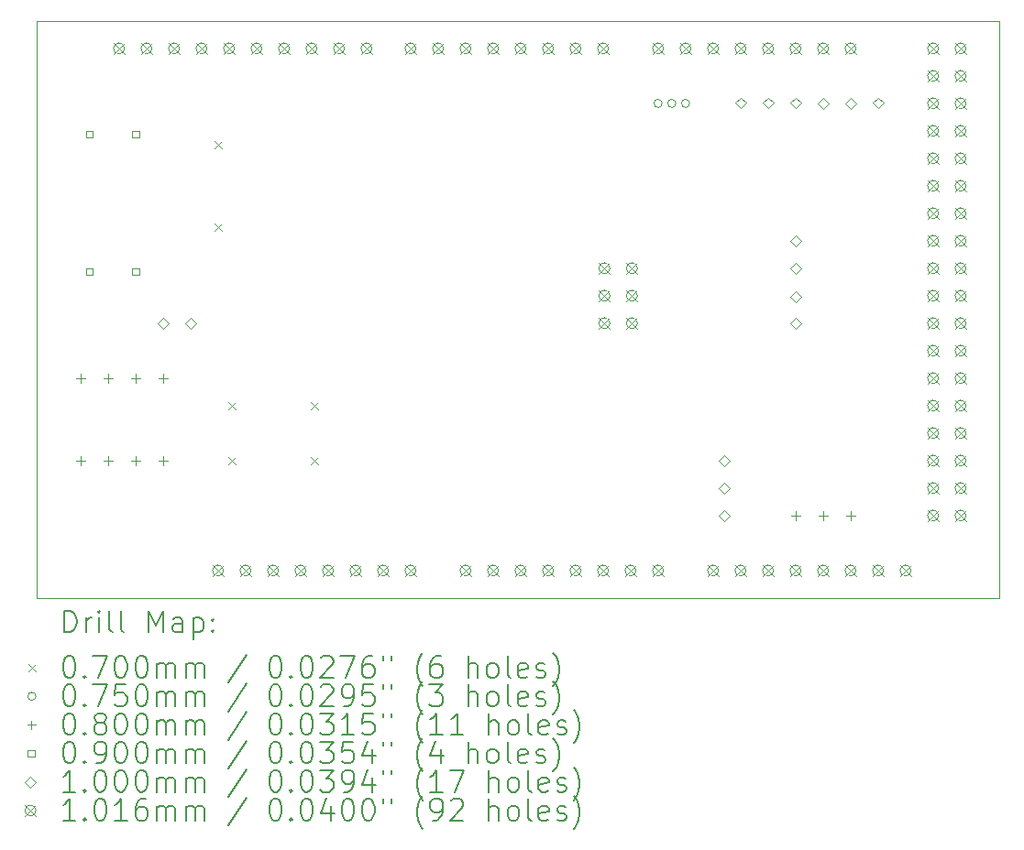
<source format=gbr>
%TF.GenerationSoftware,KiCad,Pcbnew,7.0.5*%
%TF.CreationDate,2023-10-27T17:22:20+01:00*%
%TF.ProjectId,OptiprodV2,4f707469-7072-46f6-9456-322e6b696361,rev?*%
%TF.SameCoordinates,Original*%
%TF.FileFunction,Drillmap*%
%TF.FilePolarity,Positive*%
%FSLAX45Y45*%
G04 Gerber Fmt 4.5, Leading zero omitted, Abs format (unit mm)*
G04 Created by KiCad (PCBNEW 7.0.5) date 2023-10-27 17:22:20*
%MOMM*%
%LPD*%
G01*
G04 APERTURE LIST*
%ADD10C,0.100000*%
%ADD11C,0.200000*%
%ADD12C,0.070000*%
%ADD13C,0.075000*%
%ADD14C,0.080000*%
%ADD15C,0.090000*%
%ADD16C,0.101600*%
G04 APERTURE END LIST*
D10*
X10668000Y-5588000D02*
X19558000Y-5588000D01*
X19558000Y-10922000D01*
X10668000Y-10922000D01*
X10668000Y-5588000D01*
D11*
D12*
X12309400Y-6696000D02*
X12379400Y-6766000D01*
X12379400Y-6696000D02*
X12309400Y-6766000D01*
X12309400Y-7458000D02*
X12379400Y-7528000D01*
X12379400Y-7458000D02*
X12309400Y-7528000D01*
X12436400Y-9109000D02*
X12506400Y-9179000D01*
X12506400Y-9109000D02*
X12436400Y-9179000D01*
X12436400Y-9617000D02*
X12506400Y-9687000D01*
X12506400Y-9617000D02*
X12436400Y-9687000D01*
X13198400Y-9109000D02*
X13268400Y-9179000D01*
X13268400Y-9109000D02*
X13198400Y-9179000D01*
X13198400Y-9617000D02*
X13268400Y-9687000D01*
X13268400Y-9617000D02*
X13198400Y-9687000D01*
D13*
X16445900Y-6350000D02*
G75*
G03*
X16445900Y-6350000I-37500J0D01*
G01*
X16572900Y-6350000D02*
G75*
G03*
X16572900Y-6350000I-37500J0D01*
G01*
X16699900Y-6350000D02*
G75*
G03*
X16699900Y-6350000I-37500J0D01*
G01*
D14*
X11074400Y-8850000D02*
X11074400Y-8930000D01*
X11034400Y-8890000D02*
X11114400Y-8890000D01*
X11074400Y-9612000D02*
X11074400Y-9692000D01*
X11034400Y-9652000D02*
X11114400Y-9652000D01*
X11328400Y-8850000D02*
X11328400Y-8930000D01*
X11288400Y-8890000D02*
X11368400Y-8890000D01*
X11328400Y-9612000D02*
X11328400Y-9692000D01*
X11288400Y-9652000D02*
X11368400Y-9652000D01*
X11582400Y-8850000D02*
X11582400Y-8930000D01*
X11542400Y-8890000D02*
X11622400Y-8890000D01*
X11582400Y-9612000D02*
X11582400Y-9692000D01*
X11542400Y-9652000D02*
X11622400Y-9652000D01*
X11836400Y-8850000D02*
X11836400Y-8930000D01*
X11796400Y-8890000D02*
X11876400Y-8890000D01*
X11836400Y-9612000D02*
X11836400Y-9692000D01*
X11796400Y-9652000D02*
X11876400Y-9652000D01*
X17678400Y-10120000D02*
X17678400Y-10200000D01*
X17638400Y-10160000D02*
X17718400Y-10160000D01*
X17932400Y-10120000D02*
X17932400Y-10200000D01*
X17892400Y-10160000D02*
X17972400Y-10160000D01*
X18186400Y-10120000D02*
X18186400Y-10200000D01*
X18146400Y-10160000D02*
X18226400Y-10160000D01*
D15*
X11189220Y-6668820D02*
X11189220Y-6605180D01*
X11125580Y-6605180D01*
X11125580Y-6668820D01*
X11189220Y-6668820D01*
X11189220Y-7938820D02*
X11189220Y-7875180D01*
X11125580Y-7875180D01*
X11125580Y-7938820D01*
X11189220Y-7938820D01*
X11614220Y-6668820D02*
X11614220Y-6605180D01*
X11550580Y-6605180D01*
X11550580Y-6668820D01*
X11614220Y-6668820D01*
X11614220Y-7938820D02*
X11614220Y-7875180D01*
X11550580Y-7875180D01*
X11550580Y-7938820D01*
X11614220Y-7938820D01*
D10*
X11836400Y-8432000D02*
X11886400Y-8382000D01*
X11836400Y-8332000D01*
X11786400Y-8382000D01*
X11836400Y-8432000D01*
X12090400Y-8432000D02*
X12140400Y-8382000D01*
X12090400Y-8332000D01*
X12040400Y-8382000D01*
X12090400Y-8432000D01*
X17018000Y-9702000D02*
X17068000Y-9652000D01*
X17018000Y-9602000D01*
X16968000Y-9652000D01*
X17018000Y-9702000D01*
X17018000Y-9702000D02*
X17068000Y-9652000D01*
X17018000Y-9602000D01*
X16968000Y-9652000D01*
X17018000Y-9702000D01*
X17018000Y-9956000D02*
X17068000Y-9906000D01*
X17018000Y-9856000D01*
X16968000Y-9906000D01*
X17018000Y-9956000D01*
X17018000Y-9956000D02*
X17068000Y-9906000D01*
X17018000Y-9856000D01*
X16968000Y-9906000D01*
X17018000Y-9956000D01*
X17018000Y-10210000D02*
X17068000Y-10160000D01*
X17018000Y-10110000D01*
X16968000Y-10160000D01*
X17018000Y-10210000D01*
X17170400Y-6397000D02*
X17220400Y-6347000D01*
X17170400Y-6297000D01*
X17120400Y-6347000D01*
X17170400Y-6397000D01*
X17424400Y-6397000D02*
X17474400Y-6347000D01*
X17424400Y-6297000D01*
X17374400Y-6347000D01*
X17424400Y-6397000D01*
X17678400Y-6397000D02*
X17728400Y-6347000D01*
X17678400Y-6297000D01*
X17628400Y-6347000D01*
X17678400Y-6397000D01*
X17678400Y-7670000D02*
X17728400Y-7620000D01*
X17678400Y-7570000D01*
X17628400Y-7620000D01*
X17678400Y-7670000D01*
X17678400Y-7924000D02*
X17728400Y-7874000D01*
X17678400Y-7824000D01*
X17628400Y-7874000D01*
X17678400Y-7924000D01*
X17678400Y-8188000D02*
X17728400Y-8138000D01*
X17678400Y-8088000D01*
X17628400Y-8138000D01*
X17678400Y-8188000D01*
X17678400Y-8432000D02*
X17728400Y-8382000D01*
X17678400Y-8332000D01*
X17628400Y-8382000D01*
X17678400Y-8432000D01*
X17932400Y-6400000D02*
X17982400Y-6350000D01*
X17932400Y-6300000D01*
X17882400Y-6350000D01*
X17932400Y-6400000D01*
X18186400Y-6400000D02*
X18236400Y-6350000D01*
X18186400Y-6300000D01*
X18136400Y-6350000D01*
X18186400Y-6400000D01*
X18440400Y-6397000D02*
X18490400Y-6347000D01*
X18440400Y-6297000D01*
X18390400Y-6347000D01*
X18440400Y-6397000D01*
D16*
X11379200Y-5791200D02*
X11480800Y-5892800D01*
X11480800Y-5791200D02*
X11379200Y-5892800D01*
X11480800Y-5842000D02*
G75*
G03*
X11480800Y-5842000I-50800J0D01*
G01*
X11633200Y-5791200D02*
X11734800Y-5892800D01*
X11734800Y-5791200D02*
X11633200Y-5892800D01*
X11734800Y-5842000D02*
G75*
G03*
X11734800Y-5842000I-50800J0D01*
G01*
X11887200Y-5791200D02*
X11988800Y-5892800D01*
X11988800Y-5791200D02*
X11887200Y-5892800D01*
X11988800Y-5842000D02*
G75*
G03*
X11988800Y-5842000I-50800J0D01*
G01*
X12141200Y-5791200D02*
X12242800Y-5892800D01*
X12242800Y-5791200D02*
X12141200Y-5892800D01*
X12242800Y-5842000D02*
G75*
G03*
X12242800Y-5842000I-50800J0D01*
G01*
X12293600Y-10617200D02*
X12395200Y-10718800D01*
X12395200Y-10617200D02*
X12293600Y-10718800D01*
X12395200Y-10668000D02*
G75*
G03*
X12395200Y-10668000I-50800J0D01*
G01*
X12395200Y-5791200D02*
X12496800Y-5892800D01*
X12496800Y-5791200D02*
X12395200Y-5892800D01*
X12496800Y-5842000D02*
G75*
G03*
X12496800Y-5842000I-50800J0D01*
G01*
X12547600Y-10617200D02*
X12649200Y-10718800D01*
X12649200Y-10617200D02*
X12547600Y-10718800D01*
X12649200Y-10668000D02*
G75*
G03*
X12649200Y-10668000I-50800J0D01*
G01*
X12649200Y-5791200D02*
X12750800Y-5892800D01*
X12750800Y-5791200D02*
X12649200Y-5892800D01*
X12750800Y-5842000D02*
G75*
G03*
X12750800Y-5842000I-50800J0D01*
G01*
X12801600Y-10617200D02*
X12903200Y-10718800D01*
X12903200Y-10617200D02*
X12801600Y-10718800D01*
X12903200Y-10668000D02*
G75*
G03*
X12903200Y-10668000I-50800J0D01*
G01*
X12903200Y-5791200D02*
X13004800Y-5892800D01*
X13004800Y-5791200D02*
X12903200Y-5892800D01*
X13004800Y-5842000D02*
G75*
G03*
X13004800Y-5842000I-50800J0D01*
G01*
X13055600Y-10617200D02*
X13157200Y-10718800D01*
X13157200Y-10617200D02*
X13055600Y-10718800D01*
X13157200Y-10668000D02*
G75*
G03*
X13157200Y-10668000I-50800J0D01*
G01*
X13157200Y-5791200D02*
X13258800Y-5892800D01*
X13258800Y-5791200D02*
X13157200Y-5892800D01*
X13258800Y-5842000D02*
G75*
G03*
X13258800Y-5842000I-50800J0D01*
G01*
X13309600Y-10617200D02*
X13411200Y-10718800D01*
X13411200Y-10617200D02*
X13309600Y-10718800D01*
X13411200Y-10668000D02*
G75*
G03*
X13411200Y-10668000I-50800J0D01*
G01*
X13411200Y-5791200D02*
X13512800Y-5892800D01*
X13512800Y-5791200D02*
X13411200Y-5892800D01*
X13512800Y-5842000D02*
G75*
G03*
X13512800Y-5842000I-50800J0D01*
G01*
X13563600Y-10617200D02*
X13665200Y-10718800D01*
X13665200Y-10617200D02*
X13563600Y-10718800D01*
X13665200Y-10668000D02*
G75*
G03*
X13665200Y-10668000I-50800J0D01*
G01*
X13665200Y-5791200D02*
X13766800Y-5892800D01*
X13766800Y-5791200D02*
X13665200Y-5892800D01*
X13766800Y-5842000D02*
G75*
G03*
X13766800Y-5842000I-50800J0D01*
G01*
X13817600Y-10617200D02*
X13919200Y-10718800D01*
X13919200Y-10617200D02*
X13817600Y-10718800D01*
X13919200Y-10668000D02*
G75*
G03*
X13919200Y-10668000I-50800J0D01*
G01*
X14071600Y-5791200D02*
X14173200Y-5892800D01*
X14173200Y-5791200D02*
X14071600Y-5892800D01*
X14173200Y-5842000D02*
G75*
G03*
X14173200Y-5842000I-50800J0D01*
G01*
X14071600Y-10617200D02*
X14173200Y-10718800D01*
X14173200Y-10617200D02*
X14071600Y-10718800D01*
X14173200Y-10668000D02*
G75*
G03*
X14173200Y-10668000I-50800J0D01*
G01*
X14325600Y-5791200D02*
X14427200Y-5892800D01*
X14427200Y-5791200D02*
X14325600Y-5892800D01*
X14427200Y-5842000D02*
G75*
G03*
X14427200Y-5842000I-50800J0D01*
G01*
X14579600Y-5791200D02*
X14681200Y-5892800D01*
X14681200Y-5791200D02*
X14579600Y-5892800D01*
X14681200Y-5842000D02*
G75*
G03*
X14681200Y-5842000I-50800J0D01*
G01*
X14579600Y-10617200D02*
X14681200Y-10718800D01*
X14681200Y-10617200D02*
X14579600Y-10718800D01*
X14681200Y-10668000D02*
G75*
G03*
X14681200Y-10668000I-50800J0D01*
G01*
X14833600Y-5791200D02*
X14935200Y-5892800D01*
X14935200Y-5791200D02*
X14833600Y-5892800D01*
X14935200Y-5842000D02*
G75*
G03*
X14935200Y-5842000I-50800J0D01*
G01*
X14833600Y-10617200D02*
X14935200Y-10718800D01*
X14935200Y-10617200D02*
X14833600Y-10718800D01*
X14935200Y-10668000D02*
G75*
G03*
X14935200Y-10668000I-50800J0D01*
G01*
X15087600Y-5791200D02*
X15189200Y-5892800D01*
X15189200Y-5791200D02*
X15087600Y-5892800D01*
X15189200Y-5842000D02*
G75*
G03*
X15189200Y-5842000I-50800J0D01*
G01*
X15087600Y-10617200D02*
X15189200Y-10718800D01*
X15189200Y-10617200D02*
X15087600Y-10718800D01*
X15189200Y-10668000D02*
G75*
G03*
X15189200Y-10668000I-50800J0D01*
G01*
X15341600Y-5791200D02*
X15443200Y-5892800D01*
X15443200Y-5791200D02*
X15341600Y-5892800D01*
X15443200Y-5842000D02*
G75*
G03*
X15443200Y-5842000I-50800J0D01*
G01*
X15341600Y-10617200D02*
X15443200Y-10718800D01*
X15443200Y-10617200D02*
X15341600Y-10718800D01*
X15443200Y-10668000D02*
G75*
G03*
X15443200Y-10668000I-50800J0D01*
G01*
X15595600Y-5791200D02*
X15697200Y-5892800D01*
X15697200Y-5791200D02*
X15595600Y-5892800D01*
X15697200Y-5842000D02*
G75*
G03*
X15697200Y-5842000I-50800J0D01*
G01*
X15595600Y-10617200D02*
X15697200Y-10718800D01*
X15697200Y-10617200D02*
X15595600Y-10718800D01*
X15697200Y-10668000D02*
G75*
G03*
X15697200Y-10668000I-50800J0D01*
G01*
X15849600Y-5791200D02*
X15951200Y-5892800D01*
X15951200Y-5791200D02*
X15849600Y-5892800D01*
X15951200Y-5842000D02*
G75*
G03*
X15951200Y-5842000I-50800J0D01*
G01*
X15849600Y-10617200D02*
X15951200Y-10718800D01*
X15951200Y-10617200D02*
X15849600Y-10718800D01*
X15951200Y-10668000D02*
G75*
G03*
X15951200Y-10668000I-50800J0D01*
G01*
X15862300Y-7823200D02*
X15963900Y-7924800D01*
X15963900Y-7823200D02*
X15862300Y-7924800D01*
X15963900Y-7874000D02*
G75*
G03*
X15963900Y-7874000I-50800J0D01*
G01*
X15862300Y-8077200D02*
X15963900Y-8178800D01*
X15963900Y-8077200D02*
X15862300Y-8178800D01*
X15963900Y-8128000D02*
G75*
G03*
X15963900Y-8128000I-50800J0D01*
G01*
X15862300Y-8331200D02*
X15963900Y-8432800D01*
X15963900Y-8331200D02*
X15862300Y-8432800D01*
X15963900Y-8382000D02*
G75*
G03*
X15963900Y-8382000I-50800J0D01*
G01*
X16103600Y-10617200D02*
X16205200Y-10718800D01*
X16205200Y-10617200D02*
X16103600Y-10718800D01*
X16205200Y-10668000D02*
G75*
G03*
X16205200Y-10668000I-50800J0D01*
G01*
X16116300Y-7823200D02*
X16217900Y-7924800D01*
X16217900Y-7823200D02*
X16116300Y-7924800D01*
X16217900Y-7874000D02*
G75*
G03*
X16217900Y-7874000I-50800J0D01*
G01*
X16116300Y-8077200D02*
X16217900Y-8178800D01*
X16217900Y-8077200D02*
X16116300Y-8178800D01*
X16217900Y-8128000D02*
G75*
G03*
X16217900Y-8128000I-50800J0D01*
G01*
X16116300Y-8331200D02*
X16217900Y-8432800D01*
X16217900Y-8331200D02*
X16116300Y-8432800D01*
X16217900Y-8382000D02*
G75*
G03*
X16217900Y-8382000I-50800J0D01*
G01*
X16357600Y-5791200D02*
X16459200Y-5892800D01*
X16459200Y-5791200D02*
X16357600Y-5892800D01*
X16459200Y-5842000D02*
G75*
G03*
X16459200Y-5842000I-50800J0D01*
G01*
X16357600Y-10617200D02*
X16459200Y-10718800D01*
X16459200Y-10617200D02*
X16357600Y-10718800D01*
X16459200Y-10668000D02*
G75*
G03*
X16459200Y-10668000I-50800J0D01*
G01*
X16611600Y-5791200D02*
X16713200Y-5892800D01*
X16713200Y-5791200D02*
X16611600Y-5892800D01*
X16713200Y-5842000D02*
G75*
G03*
X16713200Y-5842000I-50800J0D01*
G01*
X16865600Y-5791200D02*
X16967200Y-5892800D01*
X16967200Y-5791200D02*
X16865600Y-5892800D01*
X16967200Y-5842000D02*
G75*
G03*
X16967200Y-5842000I-50800J0D01*
G01*
X16865600Y-10617200D02*
X16967200Y-10718800D01*
X16967200Y-10617200D02*
X16865600Y-10718800D01*
X16967200Y-10668000D02*
G75*
G03*
X16967200Y-10668000I-50800J0D01*
G01*
X17119600Y-5791200D02*
X17221200Y-5892800D01*
X17221200Y-5791200D02*
X17119600Y-5892800D01*
X17221200Y-5842000D02*
G75*
G03*
X17221200Y-5842000I-50800J0D01*
G01*
X17119600Y-10617200D02*
X17221200Y-10718800D01*
X17221200Y-10617200D02*
X17119600Y-10718800D01*
X17221200Y-10668000D02*
G75*
G03*
X17221200Y-10668000I-50800J0D01*
G01*
X17373600Y-5791200D02*
X17475200Y-5892800D01*
X17475200Y-5791200D02*
X17373600Y-5892800D01*
X17475200Y-5842000D02*
G75*
G03*
X17475200Y-5842000I-50800J0D01*
G01*
X17373600Y-10617200D02*
X17475200Y-10718800D01*
X17475200Y-10617200D02*
X17373600Y-10718800D01*
X17475200Y-10668000D02*
G75*
G03*
X17475200Y-10668000I-50800J0D01*
G01*
X17627600Y-5791200D02*
X17729200Y-5892800D01*
X17729200Y-5791200D02*
X17627600Y-5892800D01*
X17729200Y-5842000D02*
G75*
G03*
X17729200Y-5842000I-50800J0D01*
G01*
X17627600Y-10617200D02*
X17729200Y-10718800D01*
X17729200Y-10617200D02*
X17627600Y-10718800D01*
X17729200Y-10668000D02*
G75*
G03*
X17729200Y-10668000I-50800J0D01*
G01*
X17881600Y-5791200D02*
X17983200Y-5892800D01*
X17983200Y-5791200D02*
X17881600Y-5892800D01*
X17983200Y-5842000D02*
G75*
G03*
X17983200Y-5842000I-50800J0D01*
G01*
X17881600Y-10617200D02*
X17983200Y-10718800D01*
X17983200Y-10617200D02*
X17881600Y-10718800D01*
X17983200Y-10668000D02*
G75*
G03*
X17983200Y-10668000I-50800J0D01*
G01*
X18135600Y-5791200D02*
X18237200Y-5892800D01*
X18237200Y-5791200D02*
X18135600Y-5892800D01*
X18237200Y-5842000D02*
G75*
G03*
X18237200Y-5842000I-50800J0D01*
G01*
X18135600Y-10617200D02*
X18237200Y-10718800D01*
X18237200Y-10617200D02*
X18135600Y-10718800D01*
X18237200Y-10668000D02*
G75*
G03*
X18237200Y-10668000I-50800J0D01*
G01*
X18389600Y-10617200D02*
X18491200Y-10718800D01*
X18491200Y-10617200D02*
X18389600Y-10718800D01*
X18491200Y-10668000D02*
G75*
G03*
X18491200Y-10668000I-50800J0D01*
G01*
X18643600Y-10617200D02*
X18745200Y-10718800D01*
X18745200Y-10617200D02*
X18643600Y-10718800D01*
X18745200Y-10668000D02*
G75*
G03*
X18745200Y-10668000I-50800J0D01*
G01*
X18897600Y-5791200D02*
X18999200Y-5892800D01*
X18999200Y-5791200D02*
X18897600Y-5892800D01*
X18999200Y-5842000D02*
G75*
G03*
X18999200Y-5842000I-50800J0D01*
G01*
X18897600Y-6045200D02*
X18999200Y-6146800D01*
X18999200Y-6045200D02*
X18897600Y-6146800D01*
X18999200Y-6096000D02*
G75*
G03*
X18999200Y-6096000I-50800J0D01*
G01*
X18897600Y-6299200D02*
X18999200Y-6400800D01*
X18999200Y-6299200D02*
X18897600Y-6400800D01*
X18999200Y-6350000D02*
G75*
G03*
X18999200Y-6350000I-50800J0D01*
G01*
X18897600Y-6553200D02*
X18999200Y-6654800D01*
X18999200Y-6553200D02*
X18897600Y-6654800D01*
X18999200Y-6604000D02*
G75*
G03*
X18999200Y-6604000I-50800J0D01*
G01*
X18897600Y-6807200D02*
X18999200Y-6908800D01*
X18999200Y-6807200D02*
X18897600Y-6908800D01*
X18999200Y-6858000D02*
G75*
G03*
X18999200Y-6858000I-50800J0D01*
G01*
X18897600Y-7061200D02*
X18999200Y-7162800D01*
X18999200Y-7061200D02*
X18897600Y-7162800D01*
X18999200Y-7112000D02*
G75*
G03*
X18999200Y-7112000I-50800J0D01*
G01*
X18897600Y-7315200D02*
X18999200Y-7416800D01*
X18999200Y-7315200D02*
X18897600Y-7416800D01*
X18999200Y-7366000D02*
G75*
G03*
X18999200Y-7366000I-50800J0D01*
G01*
X18897600Y-7569200D02*
X18999200Y-7670800D01*
X18999200Y-7569200D02*
X18897600Y-7670800D01*
X18999200Y-7620000D02*
G75*
G03*
X18999200Y-7620000I-50800J0D01*
G01*
X18897600Y-7823200D02*
X18999200Y-7924800D01*
X18999200Y-7823200D02*
X18897600Y-7924800D01*
X18999200Y-7874000D02*
G75*
G03*
X18999200Y-7874000I-50800J0D01*
G01*
X18897600Y-8077200D02*
X18999200Y-8178800D01*
X18999200Y-8077200D02*
X18897600Y-8178800D01*
X18999200Y-8128000D02*
G75*
G03*
X18999200Y-8128000I-50800J0D01*
G01*
X18897600Y-8331200D02*
X18999200Y-8432800D01*
X18999200Y-8331200D02*
X18897600Y-8432800D01*
X18999200Y-8382000D02*
G75*
G03*
X18999200Y-8382000I-50800J0D01*
G01*
X18897600Y-8585200D02*
X18999200Y-8686800D01*
X18999200Y-8585200D02*
X18897600Y-8686800D01*
X18999200Y-8636000D02*
G75*
G03*
X18999200Y-8636000I-50800J0D01*
G01*
X18897600Y-8839200D02*
X18999200Y-8940800D01*
X18999200Y-8839200D02*
X18897600Y-8940800D01*
X18999200Y-8890000D02*
G75*
G03*
X18999200Y-8890000I-50800J0D01*
G01*
X18897600Y-9093200D02*
X18999200Y-9194800D01*
X18999200Y-9093200D02*
X18897600Y-9194800D01*
X18999200Y-9144000D02*
G75*
G03*
X18999200Y-9144000I-50800J0D01*
G01*
X18897600Y-9347200D02*
X18999200Y-9448800D01*
X18999200Y-9347200D02*
X18897600Y-9448800D01*
X18999200Y-9398000D02*
G75*
G03*
X18999200Y-9398000I-50800J0D01*
G01*
X18897600Y-9601200D02*
X18999200Y-9702800D01*
X18999200Y-9601200D02*
X18897600Y-9702800D01*
X18999200Y-9652000D02*
G75*
G03*
X18999200Y-9652000I-50800J0D01*
G01*
X18897600Y-9855200D02*
X18999200Y-9956800D01*
X18999200Y-9855200D02*
X18897600Y-9956800D01*
X18999200Y-9906000D02*
G75*
G03*
X18999200Y-9906000I-50800J0D01*
G01*
X18897600Y-10109200D02*
X18999200Y-10210800D01*
X18999200Y-10109200D02*
X18897600Y-10210800D01*
X18999200Y-10160000D02*
G75*
G03*
X18999200Y-10160000I-50800J0D01*
G01*
X19151600Y-5791200D02*
X19253200Y-5892800D01*
X19253200Y-5791200D02*
X19151600Y-5892800D01*
X19253200Y-5842000D02*
G75*
G03*
X19253200Y-5842000I-50800J0D01*
G01*
X19151600Y-6045200D02*
X19253200Y-6146800D01*
X19253200Y-6045200D02*
X19151600Y-6146800D01*
X19253200Y-6096000D02*
G75*
G03*
X19253200Y-6096000I-50800J0D01*
G01*
X19151600Y-6299200D02*
X19253200Y-6400800D01*
X19253200Y-6299200D02*
X19151600Y-6400800D01*
X19253200Y-6350000D02*
G75*
G03*
X19253200Y-6350000I-50800J0D01*
G01*
X19151600Y-6553200D02*
X19253200Y-6654800D01*
X19253200Y-6553200D02*
X19151600Y-6654800D01*
X19253200Y-6604000D02*
G75*
G03*
X19253200Y-6604000I-50800J0D01*
G01*
X19151600Y-6807200D02*
X19253200Y-6908800D01*
X19253200Y-6807200D02*
X19151600Y-6908800D01*
X19253200Y-6858000D02*
G75*
G03*
X19253200Y-6858000I-50800J0D01*
G01*
X19151600Y-7061200D02*
X19253200Y-7162800D01*
X19253200Y-7061200D02*
X19151600Y-7162800D01*
X19253200Y-7112000D02*
G75*
G03*
X19253200Y-7112000I-50800J0D01*
G01*
X19151600Y-7315200D02*
X19253200Y-7416800D01*
X19253200Y-7315200D02*
X19151600Y-7416800D01*
X19253200Y-7366000D02*
G75*
G03*
X19253200Y-7366000I-50800J0D01*
G01*
X19151600Y-7569200D02*
X19253200Y-7670800D01*
X19253200Y-7569200D02*
X19151600Y-7670800D01*
X19253200Y-7620000D02*
G75*
G03*
X19253200Y-7620000I-50800J0D01*
G01*
X19151600Y-7823200D02*
X19253200Y-7924800D01*
X19253200Y-7823200D02*
X19151600Y-7924800D01*
X19253200Y-7874000D02*
G75*
G03*
X19253200Y-7874000I-50800J0D01*
G01*
X19151600Y-8077200D02*
X19253200Y-8178800D01*
X19253200Y-8077200D02*
X19151600Y-8178800D01*
X19253200Y-8128000D02*
G75*
G03*
X19253200Y-8128000I-50800J0D01*
G01*
X19151600Y-8331200D02*
X19253200Y-8432800D01*
X19253200Y-8331200D02*
X19151600Y-8432800D01*
X19253200Y-8382000D02*
G75*
G03*
X19253200Y-8382000I-50800J0D01*
G01*
X19151600Y-8585200D02*
X19253200Y-8686800D01*
X19253200Y-8585200D02*
X19151600Y-8686800D01*
X19253200Y-8636000D02*
G75*
G03*
X19253200Y-8636000I-50800J0D01*
G01*
X19151600Y-8839200D02*
X19253200Y-8940800D01*
X19253200Y-8839200D02*
X19151600Y-8940800D01*
X19253200Y-8890000D02*
G75*
G03*
X19253200Y-8890000I-50800J0D01*
G01*
X19151600Y-9093200D02*
X19253200Y-9194800D01*
X19253200Y-9093200D02*
X19151600Y-9194800D01*
X19253200Y-9144000D02*
G75*
G03*
X19253200Y-9144000I-50800J0D01*
G01*
X19151600Y-9347200D02*
X19253200Y-9448800D01*
X19253200Y-9347200D02*
X19151600Y-9448800D01*
X19253200Y-9398000D02*
G75*
G03*
X19253200Y-9398000I-50800J0D01*
G01*
X19151600Y-9601200D02*
X19253200Y-9702800D01*
X19253200Y-9601200D02*
X19151600Y-9702800D01*
X19253200Y-9652000D02*
G75*
G03*
X19253200Y-9652000I-50800J0D01*
G01*
X19151600Y-9855200D02*
X19253200Y-9956800D01*
X19253200Y-9855200D02*
X19151600Y-9956800D01*
X19253200Y-9906000D02*
G75*
G03*
X19253200Y-9906000I-50800J0D01*
G01*
X19151600Y-10109200D02*
X19253200Y-10210800D01*
X19253200Y-10109200D02*
X19151600Y-10210800D01*
X19253200Y-10160000D02*
G75*
G03*
X19253200Y-10160000I-50800J0D01*
G01*
D11*
X10923777Y-11238484D02*
X10923777Y-11038484D01*
X10923777Y-11038484D02*
X10971396Y-11038484D01*
X10971396Y-11038484D02*
X10999967Y-11048008D01*
X10999967Y-11048008D02*
X11019015Y-11067055D01*
X11019015Y-11067055D02*
X11028539Y-11086103D01*
X11028539Y-11086103D02*
X11038063Y-11124198D01*
X11038063Y-11124198D02*
X11038063Y-11152770D01*
X11038063Y-11152770D02*
X11028539Y-11190865D01*
X11028539Y-11190865D02*
X11019015Y-11209912D01*
X11019015Y-11209912D02*
X10999967Y-11228960D01*
X10999967Y-11228960D02*
X10971396Y-11238484D01*
X10971396Y-11238484D02*
X10923777Y-11238484D01*
X11123777Y-11238484D02*
X11123777Y-11105150D01*
X11123777Y-11143246D02*
X11133301Y-11124198D01*
X11133301Y-11124198D02*
X11142824Y-11114674D01*
X11142824Y-11114674D02*
X11161872Y-11105150D01*
X11161872Y-11105150D02*
X11180920Y-11105150D01*
X11247586Y-11238484D02*
X11247586Y-11105150D01*
X11247586Y-11038484D02*
X11238062Y-11048008D01*
X11238062Y-11048008D02*
X11247586Y-11057531D01*
X11247586Y-11057531D02*
X11257110Y-11048008D01*
X11257110Y-11048008D02*
X11247586Y-11038484D01*
X11247586Y-11038484D02*
X11247586Y-11057531D01*
X11371396Y-11238484D02*
X11352348Y-11228960D01*
X11352348Y-11228960D02*
X11342824Y-11209912D01*
X11342824Y-11209912D02*
X11342824Y-11038484D01*
X11476158Y-11238484D02*
X11457110Y-11228960D01*
X11457110Y-11228960D02*
X11447586Y-11209912D01*
X11447586Y-11209912D02*
X11447586Y-11038484D01*
X11704729Y-11238484D02*
X11704729Y-11038484D01*
X11704729Y-11038484D02*
X11771396Y-11181341D01*
X11771396Y-11181341D02*
X11838062Y-11038484D01*
X11838062Y-11038484D02*
X11838062Y-11238484D01*
X12019015Y-11238484D02*
X12019015Y-11133722D01*
X12019015Y-11133722D02*
X12009491Y-11114674D01*
X12009491Y-11114674D02*
X11990443Y-11105150D01*
X11990443Y-11105150D02*
X11952348Y-11105150D01*
X11952348Y-11105150D02*
X11933301Y-11114674D01*
X12019015Y-11228960D02*
X11999967Y-11238484D01*
X11999967Y-11238484D02*
X11952348Y-11238484D01*
X11952348Y-11238484D02*
X11933301Y-11228960D01*
X11933301Y-11228960D02*
X11923777Y-11209912D01*
X11923777Y-11209912D02*
X11923777Y-11190865D01*
X11923777Y-11190865D02*
X11933301Y-11171817D01*
X11933301Y-11171817D02*
X11952348Y-11162293D01*
X11952348Y-11162293D02*
X11999967Y-11162293D01*
X11999967Y-11162293D02*
X12019015Y-11152770D01*
X12114253Y-11105150D02*
X12114253Y-11305150D01*
X12114253Y-11114674D02*
X12133301Y-11105150D01*
X12133301Y-11105150D02*
X12171396Y-11105150D01*
X12171396Y-11105150D02*
X12190443Y-11114674D01*
X12190443Y-11114674D02*
X12199967Y-11124198D01*
X12199967Y-11124198D02*
X12209491Y-11143246D01*
X12209491Y-11143246D02*
X12209491Y-11200388D01*
X12209491Y-11200388D02*
X12199967Y-11219436D01*
X12199967Y-11219436D02*
X12190443Y-11228960D01*
X12190443Y-11228960D02*
X12171396Y-11238484D01*
X12171396Y-11238484D02*
X12133301Y-11238484D01*
X12133301Y-11238484D02*
X12114253Y-11228960D01*
X12295205Y-11219436D02*
X12304729Y-11228960D01*
X12304729Y-11228960D02*
X12295205Y-11238484D01*
X12295205Y-11238484D02*
X12285682Y-11228960D01*
X12285682Y-11228960D02*
X12295205Y-11219436D01*
X12295205Y-11219436D02*
X12295205Y-11238484D01*
X12295205Y-11114674D02*
X12304729Y-11124198D01*
X12304729Y-11124198D02*
X12295205Y-11133722D01*
X12295205Y-11133722D02*
X12285682Y-11124198D01*
X12285682Y-11124198D02*
X12295205Y-11114674D01*
X12295205Y-11114674D02*
X12295205Y-11133722D01*
D12*
X10593000Y-11532000D02*
X10663000Y-11602000D01*
X10663000Y-11532000D02*
X10593000Y-11602000D01*
D11*
X10961872Y-11458484D02*
X10980920Y-11458484D01*
X10980920Y-11458484D02*
X10999967Y-11468008D01*
X10999967Y-11468008D02*
X11009491Y-11477531D01*
X11009491Y-11477531D02*
X11019015Y-11496579D01*
X11019015Y-11496579D02*
X11028539Y-11534674D01*
X11028539Y-11534674D02*
X11028539Y-11582293D01*
X11028539Y-11582293D02*
X11019015Y-11620388D01*
X11019015Y-11620388D02*
X11009491Y-11639436D01*
X11009491Y-11639436D02*
X10999967Y-11648960D01*
X10999967Y-11648960D02*
X10980920Y-11658484D01*
X10980920Y-11658484D02*
X10961872Y-11658484D01*
X10961872Y-11658484D02*
X10942824Y-11648960D01*
X10942824Y-11648960D02*
X10933301Y-11639436D01*
X10933301Y-11639436D02*
X10923777Y-11620388D01*
X10923777Y-11620388D02*
X10914253Y-11582293D01*
X10914253Y-11582293D02*
X10914253Y-11534674D01*
X10914253Y-11534674D02*
X10923777Y-11496579D01*
X10923777Y-11496579D02*
X10933301Y-11477531D01*
X10933301Y-11477531D02*
X10942824Y-11468008D01*
X10942824Y-11468008D02*
X10961872Y-11458484D01*
X11114253Y-11639436D02*
X11123777Y-11648960D01*
X11123777Y-11648960D02*
X11114253Y-11658484D01*
X11114253Y-11658484D02*
X11104729Y-11648960D01*
X11104729Y-11648960D02*
X11114253Y-11639436D01*
X11114253Y-11639436D02*
X11114253Y-11658484D01*
X11190443Y-11458484D02*
X11323777Y-11458484D01*
X11323777Y-11458484D02*
X11238062Y-11658484D01*
X11438062Y-11458484D02*
X11457110Y-11458484D01*
X11457110Y-11458484D02*
X11476158Y-11468008D01*
X11476158Y-11468008D02*
X11485682Y-11477531D01*
X11485682Y-11477531D02*
X11495205Y-11496579D01*
X11495205Y-11496579D02*
X11504729Y-11534674D01*
X11504729Y-11534674D02*
X11504729Y-11582293D01*
X11504729Y-11582293D02*
X11495205Y-11620388D01*
X11495205Y-11620388D02*
X11485682Y-11639436D01*
X11485682Y-11639436D02*
X11476158Y-11648960D01*
X11476158Y-11648960D02*
X11457110Y-11658484D01*
X11457110Y-11658484D02*
X11438062Y-11658484D01*
X11438062Y-11658484D02*
X11419015Y-11648960D01*
X11419015Y-11648960D02*
X11409491Y-11639436D01*
X11409491Y-11639436D02*
X11399967Y-11620388D01*
X11399967Y-11620388D02*
X11390443Y-11582293D01*
X11390443Y-11582293D02*
X11390443Y-11534674D01*
X11390443Y-11534674D02*
X11399967Y-11496579D01*
X11399967Y-11496579D02*
X11409491Y-11477531D01*
X11409491Y-11477531D02*
X11419015Y-11468008D01*
X11419015Y-11468008D02*
X11438062Y-11458484D01*
X11628539Y-11458484D02*
X11647586Y-11458484D01*
X11647586Y-11458484D02*
X11666634Y-11468008D01*
X11666634Y-11468008D02*
X11676158Y-11477531D01*
X11676158Y-11477531D02*
X11685682Y-11496579D01*
X11685682Y-11496579D02*
X11695205Y-11534674D01*
X11695205Y-11534674D02*
X11695205Y-11582293D01*
X11695205Y-11582293D02*
X11685682Y-11620388D01*
X11685682Y-11620388D02*
X11676158Y-11639436D01*
X11676158Y-11639436D02*
X11666634Y-11648960D01*
X11666634Y-11648960D02*
X11647586Y-11658484D01*
X11647586Y-11658484D02*
X11628539Y-11658484D01*
X11628539Y-11658484D02*
X11609491Y-11648960D01*
X11609491Y-11648960D02*
X11599967Y-11639436D01*
X11599967Y-11639436D02*
X11590443Y-11620388D01*
X11590443Y-11620388D02*
X11580920Y-11582293D01*
X11580920Y-11582293D02*
X11580920Y-11534674D01*
X11580920Y-11534674D02*
X11590443Y-11496579D01*
X11590443Y-11496579D02*
X11599967Y-11477531D01*
X11599967Y-11477531D02*
X11609491Y-11468008D01*
X11609491Y-11468008D02*
X11628539Y-11458484D01*
X11780920Y-11658484D02*
X11780920Y-11525150D01*
X11780920Y-11544198D02*
X11790443Y-11534674D01*
X11790443Y-11534674D02*
X11809491Y-11525150D01*
X11809491Y-11525150D02*
X11838063Y-11525150D01*
X11838063Y-11525150D02*
X11857110Y-11534674D01*
X11857110Y-11534674D02*
X11866634Y-11553722D01*
X11866634Y-11553722D02*
X11866634Y-11658484D01*
X11866634Y-11553722D02*
X11876158Y-11534674D01*
X11876158Y-11534674D02*
X11895205Y-11525150D01*
X11895205Y-11525150D02*
X11923777Y-11525150D01*
X11923777Y-11525150D02*
X11942824Y-11534674D01*
X11942824Y-11534674D02*
X11952348Y-11553722D01*
X11952348Y-11553722D02*
X11952348Y-11658484D01*
X12047586Y-11658484D02*
X12047586Y-11525150D01*
X12047586Y-11544198D02*
X12057110Y-11534674D01*
X12057110Y-11534674D02*
X12076158Y-11525150D01*
X12076158Y-11525150D02*
X12104729Y-11525150D01*
X12104729Y-11525150D02*
X12123777Y-11534674D01*
X12123777Y-11534674D02*
X12133301Y-11553722D01*
X12133301Y-11553722D02*
X12133301Y-11658484D01*
X12133301Y-11553722D02*
X12142824Y-11534674D01*
X12142824Y-11534674D02*
X12161872Y-11525150D01*
X12161872Y-11525150D02*
X12190443Y-11525150D01*
X12190443Y-11525150D02*
X12209491Y-11534674D01*
X12209491Y-11534674D02*
X12219015Y-11553722D01*
X12219015Y-11553722D02*
X12219015Y-11658484D01*
X12609491Y-11448960D02*
X12438063Y-11706103D01*
X12866634Y-11458484D02*
X12885682Y-11458484D01*
X12885682Y-11458484D02*
X12904729Y-11468008D01*
X12904729Y-11468008D02*
X12914253Y-11477531D01*
X12914253Y-11477531D02*
X12923777Y-11496579D01*
X12923777Y-11496579D02*
X12933301Y-11534674D01*
X12933301Y-11534674D02*
X12933301Y-11582293D01*
X12933301Y-11582293D02*
X12923777Y-11620388D01*
X12923777Y-11620388D02*
X12914253Y-11639436D01*
X12914253Y-11639436D02*
X12904729Y-11648960D01*
X12904729Y-11648960D02*
X12885682Y-11658484D01*
X12885682Y-11658484D02*
X12866634Y-11658484D01*
X12866634Y-11658484D02*
X12847586Y-11648960D01*
X12847586Y-11648960D02*
X12838063Y-11639436D01*
X12838063Y-11639436D02*
X12828539Y-11620388D01*
X12828539Y-11620388D02*
X12819015Y-11582293D01*
X12819015Y-11582293D02*
X12819015Y-11534674D01*
X12819015Y-11534674D02*
X12828539Y-11496579D01*
X12828539Y-11496579D02*
X12838063Y-11477531D01*
X12838063Y-11477531D02*
X12847586Y-11468008D01*
X12847586Y-11468008D02*
X12866634Y-11458484D01*
X13019015Y-11639436D02*
X13028539Y-11648960D01*
X13028539Y-11648960D02*
X13019015Y-11658484D01*
X13019015Y-11658484D02*
X13009491Y-11648960D01*
X13009491Y-11648960D02*
X13019015Y-11639436D01*
X13019015Y-11639436D02*
X13019015Y-11658484D01*
X13152348Y-11458484D02*
X13171396Y-11458484D01*
X13171396Y-11458484D02*
X13190444Y-11468008D01*
X13190444Y-11468008D02*
X13199967Y-11477531D01*
X13199967Y-11477531D02*
X13209491Y-11496579D01*
X13209491Y-11496579D02*
X13219015Y-11534674D01*
X13219015Y-11534674D02*
X13219015Y-11582293D01*
X13219015Y-11582293D02*
X13209491Y-11620388D01*
X13209491Y-11620388D02*
X13199967Y-11639436D01*
X13199967Y-11639436D02*
X13190444Y-11648960D01*
X13190444Y-11648960D02*
X13171396Y-11658484D01*
X13171396Y-11658484D02*
X13152348Y-11658484D01*
X13152348Y-11658484D02*
X13133301Y-11648960D01*
X13133301Y-11648960D02*
X13123777Y-11639436D01*
X13123777Y-11639436D02*
X13114253Y-11620388D01*
X13114253Y-11620388D02*
X13104729Y-11582293D01*
X13104729Y-11582293D02*
X13104729Y-11534674D01*
X13104729Y-11534674D02*
X13114253Y-11496579D01*
X13114253Y-11496579D02*
X13123777Y-11477531D01*
X13123777Y-11477531D02*
X13133301Y-11468008D01*
X13133301Y-11468008D02*
X13152348Y-11458484D01*
X13295206Y-11477531D02*
X13304729Y-11468008D01*
X13304729Y-11468008D02*
X13323777Y-11458484D01*
X13323777Y-11458484D02*
X13371396Y-11458484D01*
X13371396Y-11458484D02*
X13390444Y-11468008D01*
X13390444Y-11468008D02*
X13399967Y-11477531D01*
X13399967Y-11477531D02*
X13409491Y-11496579D01*
X13409491Y-11496579D02*
X13409491Y-11515627D01*
X13409491Y-11515627D02*
X13399967Y-11544198D01*
X13399967Y-11544198D02*
X13285682Y-11658484D01*
X13285682Y-11658484D02*
X13409491Y-11658484D01*
X13476158Y-11458484D02*
X13609491Y-11458484D01*
X13609491Y-11458484D02*
X13523777Y-11658484D01*
X13771396Y-11458484D02*
X13733301Y-11458484D01*
X13733301Y-11458484D02*
X13714253Y-11468008D01*
X13714253Y-11468008D02*
X13704729Y-11477531D01*
X13704729Y-11477531D02*
X13685682Y-11506103D01*
X13685682Y-11506103D02*
X13676158Y-11544198D01*
X13676158Y-11544198D02*
X13676158Y-11620388D01*
X13676158Y-11620388D02*
X13685682Y-11639436D01*
X13685682Y-11639436D02*
X13695206Y-11648960D01*
X13695206Y-11648960D02*
X13714253Y-11658484D01*
X13714253Y-11658484D02*
X13752348Y-11658484D01*
X13752348Y-11658484D02*
X13771396Y-11648960D01*
X13771396Y-11648960D02*
X13780920Y-11639436D01*
X13780920Y-11639436D02*
X13790444Y-11620388D01*
X13790444Y-11620388D02*
X13790444Y-11572769D01*
X13790444Y-11572769D02*
X13780920Y-11553722D01*
X13780920Y-11553722D02*
X13771396Y-11544198D01*
X13771396Y-11544198D02*
X13752348Y-11534674D01*
X13752348Y-11534674D02*
X13714253Y-11534674D01*
X13714253Y-11534674D02*
X13695206Y-11544198D01*
X13695206Y-11544198D02*
X13685682Y-11553722D01*
X13685682Y-11553722D02*
X13676158Y-11572769D01*
X13866634Y-11458484D02*
X13866634Y-11496579D01*
X13942825Y-11458484D02*
X13942825Y-11496579D01*
X14238063Y-11734674D02*
X14228539Y-11725150D01*
X14228539Y-11725150D02*
X14209491Y-11696579D01*
X14209491Y-11696579D02*
X14199968Y-11677531D01*
X14199968Y-11677531D02*
X14190444Y-11648960D01*
X14190444Y-11648960D02*
X14180920Y-11601341D01*
X14180920Y-11601341D02*
X14180920Y-11563246D01*
X14180920Y-11563246D02*
X14190444Y-11515627D01*
X14190444Y-11515627D02*
X14199968Y-11487055D01*
X14199968Y-11487055D02*
X14209491Y-11468008D01*
X14209491Y-11468008D02*
X14228539Y-11439436D01*
X14228539Y-11439436D02*
X14238063Y-11429912D01*
X14399968Y-11458484D02*
X14361872Y-11458484D01*
X14361872Y-11458484D02*
X14342825Y-11468008D01*
X14342825Y-11468008D02*
X14333301Y-11477531D01*
X14333301Y-11477531D02*
X14314253Y-11506103D01*
X14314253Y-11506103D02*
X14304729Y-11544198D01*
X14304729Y-11544198D02*
X14304729Y-11620388D01*
X14304729Y-11620388D02*
X14314253Y-11639436D01*
X14314253Y-11639436D02*
X14323777Y-11648960D01*
X14323777Y-11648960D02*
X14342825Y-11658484D01*
X14342825Y-11658484D02*
X14380920Y-11658484D01*
X14380920Y-11658484D02*
X14399968Y-11648960D01*
X14399968Y-11648960D02*
X14409491Y-11639436D01*
X14409491Y-11639436D02*
X14419015Y-11620388D01*
X14419015Y-11620388D02*
X14419015Y-11572769D01*
X14419015Y-11572769D02*
X14409491Y-11553722D01*
X14409491Y-11553722D02*
X14399968Y-11544198D01*
X14399968Y-11544198D02*
X14380920Y-11534674D01*
X14380920Y-11534674D02*
X14342825Y-11534674D01*
X14342825Y-11534674D02*
X14323777Y-11544198D01*
X14323777Y-11544198D02*
X14314253Y-11553722D01*
X14314253Y-11553722D02*
X14304729Y-11572769D01*
X14657110Y-11658484D02*
X14657110Y-11458484D01*
X14742825Y-11658484D02*
X14742825Y-11553722D01*
X14742825Y-11553722D02*
X14733301Y-11534674D01*
X14733301Y-11534674D02*
X14714253Y-11525150D01*
X14714253Y-11525150D02*
X14685682Y-11525150D01*
X14685682Y-11525150D02*
X14666634Y-11534674D01*
X14666634Y-11534674D02*
X14657110Y-11544198D01*
X14866634Y-11658484D02*
X14847587Y-11648960D01*
X14847587Y-11648960D02*
X14838063Y-11639436D01*
X14838063Y-11639436D02*
X14828539Y-11620388D01*
X14828539Y-11620388D02*
X14828539Y-11563246D01*
X14828539Y-11563246D02*
X14838063Y-11544198D01*
X14838063Y-11544198D02*
X14847587Y-11534674D01*
X14847587Y-11534674D02*
X14866634Y-11525150D01*
X14866634Y-11525150D02*
X14895206Y-11525150D01*
X14895206Y-11525150D02*
X14914253Y-11534674D01*
X14914253Y-11534674D02*
X14923777Y-11544198D01*
X14923777Y-11544198D02*
X14933301Y-11563246D01*
X14933301Y-11563246D02*
X14933301Y-11620388D01*
X14933301Y-11620388D02*
X14923777Y-11639436D01*
X14923777Y-11639436D02*
X14914253Y-11648960D01*
X14914253Y-11648960D02*
X14895206Y-11658484D01*
X14895206Y-11658484D02*
X14866634Y-11658484D01*
X15047587Y-11658484D02*
X15028539Y-11648960D01*
X15028539Y-11648960D02*
X15019015Y-11629912D01*
X15019015Y-11629912D02*
X15019015Y-11458484D01*
X15199968Y-11648960D02*
X15180920Y-11658484D01*
X15180920Y-11658484D02*
X15142825Y-11658484D01*
X15142825Y-11658484D02*
X15123777Y-11648960D01*
X15123777Y-11648960D02*
X15114253Y-11629912D01*
X15114253Y-11629912D02*
X15114253Y-11553722D01*
X15114253Y-11553722D02*
X15123777Y-11534674D01*
X15123777Y-11534674D02*
X15142825Y-11525150D01*
X15142825Y-11525150D02*
X15180920Y-11525150D01*
X15180920Y-11525150D02*
X15199968Y-11534674D01*
X15199968Y-11534674D02*
X15209491Y-11553722D01*
X15209491Y-11553722D02*
X15209491Y-11572769D01*
X15209491Y-11572769D02*
X15114253Y-11591817D01*
X15285682Y-11648960D02*
X15304730Y-11658484D01*
X15304730Y-11658484D02*
X15342825Y-11658484D01*
X15342825Y-11658484D02*
X15361872Y-11648960D01*
X15361872Y-11648960D02*
X15371396Y-11629912D01*
X15371396Y-11629912D02*
X15371396Y-11620388D01*
X15371396Y-11620388D02*
X15361872Y-11601341D01*
X15361872Y-11601341D02*
X15342825Y-11591817D01*
X15342825Y-11591817D02*
X15314253Y-11591817D01*
X15314253Y-11591817D02*
X15295206Y-11582293D01*
X15295206Y-11582293D02*
X15285682Y-11563246D01*
X15285682Y-11563246D02*
X15285682Y-11553722D01*
X15285682Y-11553722D02*
X15295206Y-11534674D01*
X15295206Y-11534674D02*
X15314253Y-11525150D01*
X15314253Y-11525150D02*
X15342825Y-11525150D01*
X15342825Y-11525150D02*
X15361872Y-11534674D01*
X15438063Y-11734674D02*
X15447587Y-11725150D01*
X15447587Y-11725150D02*
X15466634Y-11696579D01*
X15466634Y-11696579D02*
X15476158Y-11677531D01*
X15476158Y-11677531D02*
X15485682Y-11648960D01*
X15485682Y-11648960D02*
X15495206Y-11601341D01*
X15495206Y-11601341D02*
X15495206Y-11563246D01*
X15495206Y-11563246D02*
X15485682Y-11515627D01*
X15485682Y-11515627D02*
X15476158Y-11487055D01*
X15476158Y-11487055D02*
X15466634Y-11468008D01*
X15466634Y-11468008D02*
X15447587Y-11439436D01*
X15447587Y-11439436D02*
X15438063Y-11429912D01*
D13*
X10663000Y-11831000D02*
G75*
G03*
X10663000Y-11831000I-37500J0D01*
G01*
D11*
X10961872Y-11722484D02*
X10980920Y-11722484D01*
X10980920Y-11722484D02*
X10999967Y-11732008D01*
X10999967Y-11732008D02*
X11009491Y-11741531D01*
X11009491Y-11741531D02*
X11019015Y-11760579D01*
X11019015Y-11760579D02*
X11028539Y-11798674D01*
X11028539Y-11798674D02*
X11028539Y-11846293D01*
X11028539Y-11846293D02*
X11019015Y-11884388D01*
X11019015Y-11884388D02*
X11009491Y-11903436D01*
X11009491Y-11903436D02*
X10999967Y-11912960D01*
X10999967Y-11912960D02*
X10980920Y-11922484D01*
X10980920Y-11922484D02*
X10961872Y-11922484D01*
X10961872Y-11922484D02*
X10942824Y-11912960D01*
X10942824Y-11912960D02*
X10933301Y-11903436D01*
X10933301Y-11903436D02*
X10923777Y-11884388D01*
X10923777Y-11884388D02*
X10914253Y-11846293D01*
X10914253Y-11846293D02*
X10914253Y-11798674D01*
X10914253Y-11798674D02*
X10923777Y-11760579D01*
X10923777Y-11760579D02*
X10933301Y-11741531D01*
X10933301Y-11741531D02*
X10942824Y-11732008D01*
X10942824Y-11732008D02*
X10961872Y-11722484D01*
X11114253Y-11903436D02*
X11123777Y-11912960D01*
X11123777Y-11912960D02*
X11114253Y-11922484D01*
X11114253Y-11922484D02*
X11104729Y-11912960D01*
X11104729Y-11912960D02*
X11114253Y-11903436D01*
X11114253Y-11903436D02*
X11114253Y-11922484D01*
X11190443Y-11722484D02*
X11323777Y-11722484D01*
X11323777Y-11722484D02*
X11238062Y-11922484D01*
X11495205Y-11722484D02*
X11399967Y-11722484D01*
X11399967Y-11722484D02*
X11390443Y-11817722D01*
X11390443Y-11817722D02*
X11399967Y-11808198D01*
X11399967Y-11808198D02*
X11419015Y-11798674D01*
X11419015Y-11798674D02*
X11466634Y-11798674D01*
X11466634Y-11798674D02*
X11485682Y-11808198D01*
X11485682Y-11808198D02*
X11495205Y-11817722D01*
X11495205Y-11817722D02*
X11504729Y-11836769D01*
X11504729Y-11836769D02*
X11504729Y-11884388D01*
X11504729Y-11884388D02*
X11495205Y-11903436D01*
X11495205Y-11903436D02*
X11485682Y-11912960D01*
X11485682Y-11912960D02*
X11466634Y-11922484D01*
X11466634Y-11922484D02*
X11419015Y-11922484D01*
X11419015Y-11922484D02*
X11399967Y-11912960D01*
X11399967Y-11912960D02*
X11390443Y-11903436D01*
X11628539Y-11722484D02*
X11647586Y-11722484D01*
X11647586Y-11722484D02*
X11666634Y-11732008D01*
X11666634Y-11732008D02*
X11676158Y-11741531D01*
X11676158Y-11741531D02*
X11685682Y-11760579D01*
X11685682Y-11760579D02*
X11695205Y-11798674D01*
X11695205Y-11798674D02*
X11695205Y-11846293D01*
X11695205Y-11846293D02*
X11685682Y-11884388D01*
X11685682Y-11884388D02*
X11676158Y-11903436D01*
X11676158Y-11903436D02*
X11666634Y-11912960D01*
X11666634Y-11912960D02*
X11647586Y-11922484D01*
X11647586Y-11922484D02*
X11628539Y-11922484D01*
X11628539Y-11922484D02*
X11609491Y-11912960D01*
X11609491Y-11912960D02*
X11599967Y-11903436D01*
X11599967Y-11903436D02*
X11590443Y-11884388D01*
X11590443Y-11884388D02*
X11580920Y-11846293D01*
X11580920Y-11846293D02*
X11580920Y-11798674D01*
X11580920Y-11798674D02*
X11590443Y-11760579D01*
X11590443Y-11760579D02*
X11599967Y-11741531D01*
X11599967Y-11741531D02*
X11609491Y-11732008D01*
X11609491Y-11732008D02*
X11628539Y-11722484D01*
X11780920Y-11922484D02*
X11780920Y-11789150D01*
X11780920Y-11808198D02*
X11790443Y-11798674D01*
X11790443Y-11798674D02*
X11809491Y-11789150D01*
X11809491Y-11789150D02*
X11838063Y-11789150D01*
X11838063Y-11789150D02*
X11857110Y-11798674D01*
X11857110Y-11798674D02*
X11866634Y-11817722D01*
X11866634Y-11817722D02*
X11866634Y-11922484D01*
X11866634Y-11817722D02*
X11876158Y-11798674D01*
X11876158Y-11798674D02*
X11895205Y-11789150D01*
X11895205Y-11789150D02*
X11923777Y-11789150D01*
X11923777Y-11789150D02*
X11942824Y-11798674D01*
X11942824Y-11798674D02*
X11952348Y-11817722D01*
X11952348Y-11817722D02*
X11952348Y-11922484D01*
X12047586Y-11922484D02*
X12047586Y-11789150D01*
X12047586Y-11808198D02*
X12057110Y-11798674D01*
X12057110Y-11798674D02*
X12076158Y-11789150D01*
X12076158Y-11789150D02*
X12104729Y-11789150D01*
X12104729Y-11789150D02*
X12123777Y-11798674D01*
X12123777Y-11798674D02*
X12133301Y-11817722D01*
X12133301Y-11817722D02*
X12133301Y-11922484D01*
X12133301Y-11817722D02*
X12142824Y-11798674D01*
X12142824Y-11798674D02*
X12161872Y-11789150D01*
X12161872Y-11789150D02*
X12190443Y-11789150D01*
X12190443Y-11789150D02*
X12209491Y-11798674D01*
X12209491Y-11798674D02*
X12219015Y-11817722D01*
X12219015Y-11817722D02*
X12219015Y-11922484D01*
X12609491Y-11712960D02*
X12438063Y-11970103D01*
X12866634Y-11722484D02*
X12885682Y-11722484D01*
X12885682Y-11722484D02*
X12904729Y-11732008D01*
X12904729Y-11732008D02*
X12914253Y-11741531D01*
X12914253Y-11741531D02*
X12923777Y-11760579D01*
X12923777Y-11760579D02*
X12933301Y-11798674D01*
X12933301Y-11798674D02*
X12933301Y-11846293D01*
X12933301Y-11846293D02*
X12923777Y-11884388D01*
X12923777Y-11884388D02*
X12914253Y-11903436D01*
X12914253Y-11903436D02*
X12904729Y-11912960D01*
X12904729Y-11912960D02*
X12885682Y-11922484D01*
X12885682Y-11922484D02*
X12866634Y-11922484D01*
X12866634Y-11922484D02*
X12847586Y-11912960D01*
X12847586Y-11912960D02*
X12838063Y-11903436D01*
X12838063Y-11903436D02*
X12828539Y-11884388D01*
X12828539Y-11884388D02*
X12819015Y-11846293D01*
X12819015Y-11846293D02*
X12819015Y-11798674D01*
X12819015Y-11798674D02*
X12828539Y-11760579D01*
X12828539Y-11760579D02*
X12838063Y-11741531D01*
X12838063Y-11741531D02*
X12847586Y-11732008D01*
X12847586Y-11732008D02*
X12866634Y-11722484D01*
X13019015Y-11903436D02*
X13028539Y-11912960D01*
X13028539Y-11912960D02*
X13019015Y-11922484D01*
X13019015Y-11922484D02*
X13009491Y-11912960D01*
X13009491Y-11912960D02*
X13019015Y-11903436D01*
X13019015Y-11903436D02*
X13019015Y-11922484D01*
X13152348Y-11722484D02*
X13171396Y-11722484D01*
X13171396Y-11722484D02*
X13190444Y-11732008D01*
X13190444Y-11732008D02*
X13199967Y-11741531D01*
X13199967Y-11741531D02*
X13209491Y-11760579D01*
X13209491Y-11760579D02*
X13219015Y-11798674D01*
X13219015Y-11798674D02*
X13219015Y-11846293D01*
X13219015Y-11846293D02*
X13209491Y-11884388D01*
X13209491Y-11884388D02*
X13199967Y-11903436D01*
X13199967Y-11903436D02*
X13190444Y-11912960D01*
X13190444Y-11912960D02*
X13171396Y-11922484D01*
X13171396Y-11922484D02*
X13152348Y-11922484D01*
X13152348Y-11922484D02*
X13133301Y-11912960D01*
X13133301Y-11912960D02*
X13123777Y-11903436D01*
X13123777Y-11903436D02*
X13114253Y-11884388D01*
X13114253Y-11884388D02*
X13104729Y-11846293D01*
X13104729Y-11846293D02*
X13104729Y-11798674D01*
X13104729Y-11798674D02*
X13114253Y-11760579D01*
X13114253Y-11760579D02*
X13123777Y-11741531D01*
X13123777Y-11741531D02*
X13133301Y-11732008D01*
X13133301Y-11732008D02*
X13152348Y-11722484D01*
X13295206Y-11741531D02*
X13304729Y-11732008D01*
X13304729Y-11732008D02*
X13323777Y-11722484D01*
X13323777Y-11722484D02*
X13371396Y-11722484D01*
X13371396Y-11722484D02*
X13390444Y-11732008D01*
X13390444Y-11732008D02*
X13399967Y-11741531D01*
X13399967Y-11741531D02*
X13409491Y-11760579D01*
X13409491Y-11760579D02*
X13409491Y-11779627D01*
X13409491Y-11779627D02*
X13399967Y-11808198D01*
X13399967Y-11808198D02*
X13285682Y-11922484D01*
X13285682Y-11922484D02*
X13409491Y-11922484D01*
X13504729Y-11922484D02*
X13542825Y-11922484D01*
X13542825Y-11922484D02*
X13561872Y-11912960D01*
X13561872Y-11912960D02*
X13571396Y-11903436D01*
X13571396Y-11903436D02*
X13590444Y-11874865D01*
X13590444Y-11874865D02*
X13599967Y-11836769D01*
X13599967Y-11836769D02*
X13599967Y-11760579D01*
X13599967Y-11760579D02*
X13590444Y-11741531D01*
X13590444Y-11741531D02*
X13580920Y-11732008D01*
X13580920Y-11732008D02*
X13561872Y-11722484D01*
X13561872Y-11722484D02*
X13523777Y-11722484D01*
X13523777Y-11722484D02*
X13504729Y-11732008D01*
X13504729Y-11732008D02*
X13495206Y-11741531D01*
X13495206Y-11741531D02*
X13485682Y-11760579D01*
X13485682Y-11760579D02*
X13485682Y-11808198D01*
X13485682Y-11808198D02*
X13495206Y-11827246D01*
X13495206Y-11827246D02*
X13504729Y-11836769D01*
X13504729Y-11836769D02*
X13523777Y-11846293D01*
X13523777Y-11846293D02*
X13561872Y-11846293D01*
X13561872Y-11846293D02*
X13580920Y-11836769D01*
X13580920Y-11836769D02*
X13590444Y-11827246D01*
X13590444Y-11827246D02*
X13599967Y-11808198D01*
X13780920Y-11722484D02*
X13685682Y-11722484D01*
X13685682Y-11722484D02*
X13676158Y-11817722D01*
X13676158Y-11817722D02*
X13685682Y-11808198D01*
X13685682Y-11808198D02*
X13704729Y-11798674D01*
X13704729Y-11798674D02*
X13752348Y-11798674D01*
X13752348Y-11798674D02*
X13771396Y-11808198D01*
X13771396Y-11808198D02*
X13780920Y-11817722D01*
X13780920Y-11817722D02*
X13790444Y-11836769D01*
X13790444Y-11836769D02*
X13790444Y-11884388D01*
X13790444Y-11884388D02*
X13780920Y-11903436D01*
X13780920Y-11903436D02*
X13771396Y-11912960D01*
X13771396Y-11912960D02*
X13752348Y-11922484D01*
X13752348Y-11922484D02*
X13704729Y-11922484D01*
X13704729Y-11922484D02*
X13685682Y-11912960D01*
X13685682Y-11912960D02*
X13676158Y-11903436D01*
X13866634Y-11722484D02*
X13866634Y-11760579D01*
X13942825Y-11722484D02*
X13942825Y-11760579D01*
X14238063Y-11998674D02*
X14228539Y-11989150D01*
X14228539Y-11989150D02*
X14209491Y-11960579D01*
X14209491Y-11960579D02*
X14199968Y-11941531D01*
X14199968Y-11941531D02*
X14190444Y-11912960D01*
X14190444Y-11912960D02*
X14180920Y-11865341D01*
X14180920Y-11865341D02*
X14180920Y-11827246D01*
X14180920Y-11827246D02*
X14190444Y-11779627D01*
X14190444Y-11779627D02*
X14199968Y-11751055D01*
X14199968Y-11751055D02*
X14209491Y-11732008D01*
X14209491Y-11732008D02*
X14228539Y-11703436D01*
X14228539Y-11703436D02*
X14238063Y-11693912D01*
X14295206Y-11722484D02*
X14419015Y-11722484D01*
X14419015Y-11722484D02*
X14352348Y-11798674D01*
X14352348Y-11798674D02*
X14380920Y-11798674D01*
X14380920Y-11798674D02*
X14399968Y-11808198D01*
X14399968Y-11808198D02*
X14409491Y-11817722D01*
X14409491Y-11817722D02*
X14419015Y-11836769D01*
X14419015Y-11836769D02*
X14419015Y-11884388D01*
X14419015Y-11884388D02*
X14409491Y-11903436D01*
X14409491Y-11903436D02*
X14399968Y-11912960D01*
X14399968Y-11912960D02*
X14380920Y-11922484D01*
X14380920Y-11922484D02*
X14323777Y-11922484D01*
X14323777Y-11922484D02*
X14304729Y-11912960D01*
X14304729Y-11912960D02*
X14295206Y-11903436D01*
X14657110Y-11922484D02*
X14657110Y-11722484D01*
X14742825Y-11922484D02*
X14742825Y-11817722D01*
X14742825Y-11817722D02*
X14733301Y-11798674D01*
X14733301Y-11798674D02*
X14714253Y-11789150D01*
X14714253Y-11789150D02*
X14685682Y-11789150D01*
X14685682Y-11789150D02*
X14666634Y-11798674D01*
X14666634Y-11798674D02*
X14657110Y-11808198D01*
X14866634Y-11922484D02*
X14847587Y-11912960D01*
X14847587Y-11912960D02*
X14838063Y-11903436D01*
X14838063Y-11903436D02*
X14828539Y-11884388D01*
X14828539Y-11884388D02*
X14828539Y-11827246D01*
X14828539Y-11827246D02*
X14838063Y-11808198D01*
X14838063Y-11808198D02*
X14847587Y-11798674D01*
X14847587Y-11798674D02*
X14866634Y-11789150D01*
X14866634Y-11789150D02*
X14895206Y-11789150D01*
X14895206Y-11789150D02*
X14914253Y-11798674D01*
X14914253Y-11798674D02*
X14923777Y-11808198D01*
X14923777Y-11808198D02*
X14933301Y-11827246D01*
X14933301Y-11827246D02*
X14933301Y-11884388D01*
X14933301Y-11884388D02*
X14923777Y-11903436D01*
X14923777Y-11903436D02*
X14914253Y-11912960D01*
X14914253Y-11912960D02*
X14895206Y-11922484D01*
X14895206Y-11922484D02*
X14866634Y-11922484D01*
X15047587Y-11922484D02*
X15028539Y-11912960D01*
X15028539Y-11912960D02*
X15019015Y-11893912D01*
X15019015Y-11893912D02*
X15019015Y-11722484D01*
X15199968Y-11912960D02*
X15180920Y-11922484D01*
X15180920Y-11922484D02*
X15142825Y-11922484D01*
X15142825Y-11922484D02*
X15123777Y-11912960D01*
X15123777Y-11912960D02*
X15114253Y-11893912D01*
X15114253Y-11893912D02*
X15114253Y-11817722D01*
X15114253Y-11817722D02*
X15123777Y-11798674D01*
X15123777Y-11798674D02*
X15142825Y-11789150D01*
X15142825Y-11789150D02*
X15180920Y-11789150D01*
X15180920Y-11789150D02*
X15199968Y-11798674D01*
X15199968Y-11798674D02*
X15209491Y-11817722D01*
X15209491Y-11817722D02*
X15209491Y-11836769D01*
X15209491Y-11836769D02*
X15114253Y-11855817D01*
X15285682Y-11912960D02*
X15304730Y-11922484D01*
X15304730Y-11922484D02*
X15342825Y-11922484D01*
X15342825Y-11922484D02*
X15361872Y-11912960D01*
X15361872Y-11912960D02*
X15371396Y-11893912D01*
X15371396Y-11893912D02*
X15371396Y-11884388D01*
X15371396Y-11884388D02*
X15361872Y-11865341D01*
X15361872Y-11865341D02*
X15342825Y-11855817D01*
X15342825Y-11855817D02*
X15314253Y-11855817D01*
X15314253Y-11855817D02*
X15295206Y-11846293D01*
X15295206Y-11846293D02*
X15285682Y-11827246D01*
X15285682Y-11827246D02*
X15285682Y-11817722D01*
X15285682Y-11817722D02*
X15295206Y-11798674D01*
X15295206Y-11798674D02*
X15314253Y-11789150D01*
X15314253Y-11789150D02*
X15342825Y-11789150D01*
X15342825Y-11789150D02*
X15361872Y-11798674D01*
X15438063Y-11998674D02*
X15447587Y-11989150D01*
X15447587Y-11989150D02*
X15466634Y-11960579D01*
X15466634Y-11960579D02*
X15476158Y-11941531D01*
X15476158Y-11941531D02*
X15485682Y-11912960D01*
X15485682Y-11912960D02*
X15495206Y-11865341D01*
X15495206Y-11865341D02*
X15495206Y-11827246D01*
X15495206Y-11827246D02*
X15485682Y-11779627D01*
X15485682Y-11779627D02*
X15476158Y-11751055D01*
X15476158Y-11751055D02*
X15466634Y-11732008D01*
X15466634Y-11732008D02*
X15447587Y-11703436D01*
X15447587Y-11703436D02*
X15438063Y-11693912D01*
D14*
X10623000Y-12055000D02*
X10623000Y-12135000D01*
X10583000Y-12095000D02*
X10663000Y-12095000D01*
D11*
X10961872Y-11986484D02*
X10980920Y-11986484D01*
X10980920Y-11986484D02*
X10999967Y-11996008D01*
X10999967Y-11996008D02*
X11009491Y-12005531D01*
X11009491Y-12005531D02*
X11019015Y-12024579D01*
X11019015Y-12024579D02*
X11028539Y-12062674D01*
X11028539Y-12062674D02*
X11028539Y-12110293D01*
X11028539Y-12110293D02*
X11019015Y-12148388D01*
X11019015Y-12148388D02*
X11009491Y-12167436D01*
X11009491Y-12167436D02*
X10999967Y-12176960D01*
X10999967Y-12176960D02*
X10980920Y-12186484D01*
X10980920Y-12186484D02*
X10961872Y-12186484D01*
X10961872Y-12186484D02*
X10942824Y-12176960D01*
X10942824Y-12176960D02*
X10933301Y-12167436D01*
X10933301Y-12167436D02*
X10923777Y-12148388D01*
X10923777Y-12148388D02*
X10914253Y-12110293D01*
X10914253Y-12110293D02*
X10914253Y-12062674D01*
X10914253Y-12062674D02*
X10923777Y-12024579D01*
X10923777Y-12024579D02*
X10933301Y-12005531D01*
X10933301Y-12005531D02*
X10942824Y-11996008D01*
X10942824Y-11996008D02*
X10961872Y-11986484D01*
X11114253Y-12167436D02*
X11123777Y-12176960D01*
X11123777Y-12176960D02*
X11114253Y-12186484D01*
X11114253Y-12186484D02*
X11104729Y-12176960D01*
X11104729Y-12176960D02*
X11114253Y-12167436D01*
X11114253Y-12167436D02*
X11114253Y-12186484D01*
X11238062Y-12072198D02*
X11219015Y-12062674D01*
X11219015Y-12062674D02*
X11209491Y-12053150D01*
X11209491Y-12053150D02*
X11199967Y-12034103D01*
X11199967Y-12034103D02*
X11199967Y-12024579D01*
X11199967Y-12024579D02*
X11209491Y-12005531D01*
X11209491Y-12005531D02*
X11219015Y-11996008D01*
X11219015Y-11996008D02*
X11238062Y-11986484D01*
X11238062Y-11986484D02*
X11276158Y-11986484D01*
X11276158Y-11986484D02*
X11295205Y-11996008D01*
X11295205Y-11996008D02*
X11304729Y-12005531D01*
X11304729Y-12005531D02*
X11314253Y-12024579D01*
X11314253Y-12024579D02*
X11314253Y-12034103D01*
X11314253Y-12034103D02*
X11304729Y-12053150D01*
X11304729Y-12053150D02*
X11295205Y-12062674D01*
X11295205Y-12062674D02*
X11276158Y-12072198D01*
X11276158Y-12072198D02*
X11238062Y-12072198D01*
X11238062Y-12072198D02*
X11219015Y-12081722D01*
X11219015Y-12081722D02*
X11209491Y-12091246D01*
X11209491Y-12091246D02*
X11199967Y-12110293D01*
X11199967Y-12110293D02*
X11199967Y-12148388D01*
X11199967Y-12148388D02*
X11209491Y-12167436D01*
X11209491Y-12167436D02*
X11219015Y-12176960D01*
X11219015Y-12176960D02*
X11238062Y-12186484D01*
X11238062Y-12186484D02*
X11276158Y-12186484D01*
X11276158Y-12186484D02*
X11295205Y-12176960D01*
X11295205Y-12176960D02*
X11304729Y-12167436D01*
X11304729Y-12167436D02*
X11314253Y-12148388D01*
X11314253Y-12148388D02*
X11314253Y-12110293D01*
X11314253Y-12110293D02*
X11304729Y-12091246D01*
X11304729Y-12091246D02*
X11295205Y-12081722D01*
X11295205Y-12081722D02*
X11276158Y-12072198D01*
X11438062Y-11986484D02*
X11457110Y-11986484D01*
X11457110Y-11986484D02*
X11476158Y-11996008D01*
X11476158Y-11996008D02*
X11485682Y-12005531D01*
X11485682Y-12005531D02*
X11495205Y-12024579D01*
X11495205Y-12024579D02*
X11504729Y-12062674D01*
X11504729Y-12062674D02*
X11504729Y-12110293D01*
X11504729Y-12110293D02*
X11495205Y-12148388D01*
X11495205Y-12148388D02*
X11485682Y-12167436D01*
X11485682Y-12167436D02*
X11476158Y-12176960D01*
X11476158Y-12176960D02*
X11457110Y-12186484D01*
X11457110Y-12186484D02*
X11438062Y-12186484D01*
X11438062Y-12186484D02*
X11419015Y-12176960D01*
X11419015Y-12176960D02*
X11409491Y-12167436D01*
X11409491Y-12167436D02*
X11399967Y-12148388D01*
X11399967Y-12148388D02*
X11390443Y-12110293D01*
X11390443Y-12110293D02*
X11390443Y-12062674D01*
X11390443Y-12062674D02*
X11399967Y-12024579D01*
X11399967Y-12024579D02*
X11409491Y-12005531D01*
X11409491Y-12005531D02*
X11419015Y-11996008D01*
X11419015Y-11996008D02*
X11438062Y-11986484D01*
X11628539Y-11986484D02*
X11647586Y-11986484D01*
X11647586Y-11986484D02*
X11666634Y-11996008D01*
X11666634Y-11996008D02*
X11676158Y-12005531D01*
X11676158Y-12005531D02*
X11685682Y-12024579D01*
X11685682Y-12024579D02*
X11695205Y-12062674D01*
X11695205Y-12062674D02*
X11695205Y-12110293D01*
X11695205Y-12110293D02*
X11685682Y-12148388D01*
X11685682Y-12148388D02*
X11676158Y-12167436D01*
X11676158Y-12167436D02*
X11666634Y-12176960D01*
X11666634Y-12176960D02*
X11647586Y-12186484D01*
X11647586Y-12186484D02*
X11628539Y-12186484D01*
X11628539Y-12186484D02*
X11609491Y-12176960D01*
X11609491Y-12176960D02*
X11599967Y-12167436D01*
X11599967Y-12167436D02*
X11590443Y-12148388D01*
X11590443Y-12148388D02*
X11580920Y-12110293D01*
X11580920Y-12110293D02*
X11580920Y-12062674D01*
X11580920Y-12062674D02*
X11590443Y-12024579D01*
X11590443Y-12024579D02*
X11599967Y-12005531D01*
X11599967Y-12005531D02*
X11609491Y-11996008D01*
X11609491Y-11996008D02*
X11628539Y-11986484D01*
X11780920Y-12186484D02*
X11780920Y-12053150D01*
X11780920Y-12072198D02*
X11790443Y-12062674D01*
X11790443Y-12062674D02*
X11809491Y-12053150D01*
X11809491Y-12053150D02*
X11838063Y-12053150D01*
X11838063Y-12053150D02*
X11857110Y-12062674D01*
X11857110Y-12062674D02*
X11866634Y-12081722D01*
X11866634Y-12081722D02*
X11866634Y-12186484D01*
X11866634Y-12081722D02*
X11876158Y-12062674D01*
X11876158Y-12062674D02*
X11895205Y-12053150D01*
X11895205Y-12053150D02*
X11923777Y-12053150D01*
X11923777Y-12053150D02*
X11942824Y-12062674D01*
X11942824Y-12062674D02*
X11952348Y-12081722D01*
X11952348Y-12081722D02*
X11952348Y-12186484D01*
X12047586Y-12186484D02*
X12047586Y-12053150D01*
X12047586Y-12072198D02*
X12057110Y-12062674D01*
X12057110Y-12062674D02*
X12076158Y-12053150D01*
X12076158Y-12053150D02*
X12104729Y-12053150D01*
X12104729Y-12053150D02*
X12123777Y-12062674D01*
X12123777Y-12062674D02*
X12133301Y-12081722D01*
X12133301Y-12081722D02*
X12133301Y-12186484D01*
X12133301Y-12081722D02*
X12142824Y-12062674D01*
X12142824Y-12062674D02*
X12161872Y-12053150D01*
X12161872Y-12053150D02*
X12190443Y-12053150D01*
X12190443Y-12053150D02*
X12209491Y-12062674D01*
X12209491Y-12062674D02*
X12219015Y-12081722D01*
X12219015Y-12081722D02*
X12219015Y-12186484D01*
X12609491Y-11976960D02*
X12438063Y-12234103D01*
X12866634Y-11986484D02*
X12885682Y-11986484D01*
X12885682Y-11986484D02*
X12904729Y-11996008D01*
X12904729Y-11996008D02*
X12914253Y-12005531D01*
X12914253Y-12005531D02*
X12923777Y-12024579D01*
X12923777Y-12024579D02*
X12933301Y-12062674D01*
X12933301Y-12062674D02*
X12933301Y-12110293D01*
X12933301Y-12110293D02*
X12923777Y-12148388D01*
X12923777Y-12148388D02*
X12914253Y-12167436D01*
X12914253Y-12167436D02*
X12904729Y-12176960D01*
X12904729Y-12176960D02*
X12885682Y-12186484D01*
X12885682Y-12186484D02*
X12866634Y-12186484D01*
X12866634Y-12186484D02*
X12847586Y-12176960D01*
X12847586Y-12176960D02*
X12838063Y-12167436D01*
X12838063Y-12167436D02*
X12828539Y-12148388D01*
X12828539Y-12148388D02*
X12819015Y-12110293D01*
X12819015Y-12110293D02*
X12819015Y-12062674D01*
X12819015Y-12062674D02*
X12828539Y-12024579D01*
X12828539Y-12024579D02*
X12838063Y-12005531D01*
X12838063Y-12005531D02*
X12847586Y-11996008D01*
X12847586Y-11996008D02*
X12866634Y-11986484D01*
X13019015Y-12167436D02*
X13028539Y-12176960D01*
X13028539Y-12176960D02*
X13019015Y-12186484D01*
X13019015Y-12186484D02*
X13009491Y-12176960D01*
X13009491Y-12176960D02*
X13019015Y-12167436D01*
X13019015Y-12167436D02*
X13019015Y-12186484D01*
X13152348Y-11986484D02*
X13171396Y-11986484D01*
X13171396Y-11986484D02*
X13190444Y-11996008D01*
X13190444Y-11996008D02*
X13199967Y-12005531D01*
X13199967Y-12005531D02*
X13209491Y-12024579D01*
X13209491Y-12024579D02*
X13219015Y-12062674D01*
X13219015Y-12062674D02*
X13219015Y-12110293D01*
X13219015Y-12110293D02*
X13209491Y-12148388D01*
X13209491Y-12148388D02*
X13199967Y-12167436D01*
X13199967Y-12167436D02*
X13190444Y-12176960D01*
X13190444Y-12176960D02*
X13171396Y-12186484D01*
X13171396Y-12186484D02*
X13152348Y-12186484D01*
X13152348Y-12186484D02*
X13133301Y-12176960D01*
X13133301Y-12176960D02*
X13123777Y-12167436D01*
X13123777Y-12167436D02*
X13114253Y-12148388D01*
X13114253Y-12148388D02*
X13104729Y-12110293D01*
X13104729Y-12110293D02*
X13104729Y-12062674D01*
X13104729Y-12062674D02*
X13114253Y-12024579D01*
X13114253Y-12024579D02*
X13123777Y-12005531D01*
X13123777Y-12005531D02*
X13133301Y-11996008D01*
X13133301Y-11996008D02*
X13152348Y-11986484D01*
X13285682Y-11986484D02*
X13409491Y-11986484D01*
X13409491Y-11986484D02*
X13342825Y-12062674D01*
X13342825Y-12062674D02*
X13371396Y-12062674D01*
X13371396Y-12062674D02*
X13390444Y-12072198D01*
X13390444Y-12072198D02*
X13399967Y-12081722D01*
X13399967Y-12081722D02*
X13409491Y-12100769D01*
X13409491Y-12100769D02*
X13409491Y-12148388D01*
X13409491Y-12148388D02*
X13399967Y-12167436D01*
X13399967Y-12167436D02*
X13390444Y-12176960D01*
X13390444Y-12176960D02*
X13371396Y-12186484D01*
X13371396Y-12186484D02*
X13314253Y-12186484D01*
X13314253Y-12186484D02*
X13295206Y-12176960D01*
X13295206Y-12176960D02*
X13285682Y-12167436D01*
X13599967Y-12186484D02*
X13485682Y-12186484D01*
X13542825Y-12186484D02*
X13542825Y-11986484D01*
X13542825Y-11986484D02*
X13523777Y-12015055D01*
X13523777Y-12015055D02*
X13504729Y-12034103D01*
X13504729Y-12034103D02*
X13485682Y-12043627D01*
X13780920Y-11986484D02*
X13685682Y-11986484D01*
X13685682Y-11986484D02*
X13676158Y-12081722D01*
X13676158Y-12081722D02*
X13685682Y-12072198D01*
X13685682Y-12072198D02*
X13704729Y-12062674D01*
X13704729Y-12062674D02*
X13752348Y-12062674D01*
X13752348Y-12062674D02*
X13771396Y-12072198D01*
X13771396Y-12072198D02*
X13780920Y-12081722D01*
X13780920Y-12081722D02*
X13790444Y-12100769D01*
X13790444Y-12100769D02*
X13790444Y-12148388D01*
X13790444Y-12148388D02*
X13780920Y-12167436D01*
X13780920Y-12167436D02*
X13771396Y-12176960D01*
X13771396Y-12176960D02*
X13752348Y-12186484D01*
X13752348Y-12186484D02*
X13704729Y-12186484D01*
X13704729Y-12186484D02*
X13685682Y-12176960D01*
X13685682Y-12176960D02*
X13676158Y-12167436D01*
X13866634Y-11986484D02*
X13866634Y-12024579D01*
X13942825Y-11986484D02*
X13942825Y-12024579D01*
X14238063Y-12262674D02*
X14228539Y-12253150D01*
X14228539Y-12253150D02*
X14209491Y-12224579D01*
X14209491Y-12224579D02*
X14199968Y-12205531D01*
X14199968Y-12205531D02*
X14190444Y-12176960D01*
X14190444Y-12176960D02*
X14180920Y-12129341D01*
X14180920Y-12129341D02*
X14180920Y-12091246D01*
X14180920Y-12091246D02*
X14190444Y-12043627D01*
X14190444Y-12043627D02*
X14199968Y-12015055D01*
X14199968Y-12015055D02*
X14209491Y-11996008D01*
X14209491Y-11996008D02*
X14228539Y-11967436D01*
X14228539Y-11967436D02*
X14238063Y-11957912D01*
X14419015Y-12186484D02*
X14304729Y-12186484D01*
X14361872Y-12186484D02*
X14361872Y-11986484D01*
X14361872Y-11986484D02*
X14342825Y-12015055D01*
X14342825Y-12015055D02*
X14323777Y-12034103D01*
X14323777Y-12034103D02*
X14304729Y-12043627D01*
X14609491Y-12186484D02*
X14495206Y-12186484D01*
X14552348Y-12186484D02*
X14552348Y-11986484D01*
X14552348Y-11986484D02*
X14533301Y-12015055D01*
X14533301Y-12015055D02*
X14514253Y-12034103D01*
X14514253Y-12034103D02*
X14495206Y-12043627D01*
X14847587Y-12186484D02*
X14847587Y-11986484D01*
X14933301Y-12186484D02*
X14933301Y-12081722D01*
X14933301Y-12081722D02*
X14923777Y-12062674D01*
X14923777Y-12062674D02*
X14904730Y-12053150D01*
X14904730Y-12053150D02*
X14876158Y-12053150D01*
X14876158Y-12053150D02*
X14857110Y-12062674D01*
X14857110Y-12062674D02*
X14847587Y-12072198D01*
X15057110Y-12186484D02*
X15038063Y-12176960D01*
X15038063Y-12176960D02*
X15028539Y-12167436D01*
X15028539Y-12167436D02*
X15019015Y-12148388D01*
X15019015Y-12148388D02*
X15019015Y-12091246D01*
X15019015Y-12091246D02*
X15028539Y-12072198D01*
X15028539Y-12072198D02*
X15038063Y-12062674D01*
X15038063Y-12062674D02*
X15057110Y-12053150D01*
X15057110Y-12053150D02*
X15085682Y-12053150D01*
X15085682Y-12053150D02*
X15104730Y-12062674D01*
X15104730Y-12062674D02*
X15114253Y-12072198D01*
X15114253Y-12072198D02*
X15123777Y-12091246D01*
X15123777Y-12091246D02*
X15123777Y-12148388D01*
X15123777Y-12148388D02*
X15114253Y-12167436D01*
X15114253Y-12167436D02*
X15104730Y-12176960D01*
X15104730Y-12176960D02*
X15085682Y-12186484D01*
X15085682Y-12186484D02*
X15057110Y-12186484D01*
X15238063Y-12186484D02*
X15219015Y-12176960D01*
X15219015Y-12176960D02*
X15209491Y-12157912D01*
X15209491Y-12157912D02*
X15209491Y-11986484D01*
X15390444Y-12176960D02*
X15371396Y-12186484D01*
X15371396Y-12186484D02*
X15333301Y-12186484D01*
X15333301Y-12186484D02*
X15314253Y-12176960D01*
X15314253Y-12176960D02*
X15304730Y-12157912D01*
X15304730Y-12157912D02*
X15304730Y-12081722D01*
X15304730Y-12081722D02*
X15314253Y-12062674D01*
X15314253Y-12062674D02*
X15333301Y-12053150D01*
X15333301Y-12053150D02*
X15371396Y-12053150D01*
X15371396Y-12053150D02*
X15390444Y-12062674D01*
X15390444Y-12062674D02*
X15399968Y-12081722D01*
X15399968Y-12081722D02*
X15399968Y-12100769D01*
X15399968Y-12100769D02*
X15304730Y-12119817D01*
X15476158Y-12176960D02*
X15495206Y-12186484D01*
X15495206Y-12186484D02*
X15533301Y-12186484D01*
X15533301Y-12186484D02*
X15552349Y-12176960D01*
X15552349Y-12176960D02*
X15561872Y-12157912D01*
X15561872Y-12157912D02*
X15561872Y-12148388D01*
X15561872Y-12148388D02*
X15552349Y-12129341D01*
X15552349Y-12129341D02*
X15533301Y-12119817D01*
X15533301Y-12119817D02*
X15504730Y-12119817D01*
X15504730Y-12119817D02*
X15485682Y-12110293D01*
X15485682Y-12110293D02*
X15476158Y-12091246D01*
X15476158Y-12091246D02*
X15476158Y-12081722D01*
X15476158Y-12081722D02*
X15485682Y-12062674D01*
X15485682Y-12062674D02*
X15504730Y-12053150D01*
X15504730Y-12053150D02*
X15533301Y-12053150D01*
X15533301Y-12053150D02*
X15552349Y-12062674D01*
X15628539Y-12262674D02*
X15638063Y-12253150D01*
X15638063Y-12253150D02*
X15657111Y-12224579D01*
X15657111Y-12224579D02*
X15666634Y-12205531D01*
X15666634Y-12205531D02*
X15676158Y-12176960D01*
X15676158Y-12176960D02*
X15685682Y-12129341D01*
X15685682Y-12129341D02*
X15685682Y-12091246D01*
X15685682Y-12091246D02*
X15676158Y-12043627D01*
X15676158Y-12043627D02*
X15666634Y-12015055D01*
X15666634Y-12015055D02*
X15657111Y-11996008D01*
X15657111Y-11996008D02*
X15638063Y-11967436D01*
X15638063Y-11967436D02*
X15628539Y-11957912D01*
D15*
X10649820Y-12390820D02*
X10649820Y-12327180D01*
X10586180Y-12327180D01*
X10586180Y-12390820D01*
X10649820Y-12390820D01*
D11*
X10961872Y-12250484D02*
X10980920Y-12250484D01*
X10980920Y-12250484D02*
X10999967Y-12260008D01*
X10999967Y-12260008D02*
X11009491Y-12269531D01*
X11009491Y-12269531D02*
X11019015Y-12288579D01*
X11019015Y-12288579D02*
X11028539Y-12326674D01*
X11028539Y-12326674D02*
X11028539Y-12374293D01*
X11028539Y-12374293D02*
X11019015Y-12412388D01*
X11019015Y-12412388D02*
X11009491Y-12431436D01*
X11009491Y-12431436D02*
X10999967Y-12440960D01*
X10999967Y-12440960D02*
X10980920Y-12450484D01*
X10980920Y-12450484D02*
X10961872Y-12450484D01*
X10961872Y-12450484D02*
X10942824Y-12440960D01*
X10942824Y-12440960D02*
X10933301Y-12431436D01*
X10933301Y-12431436D02*
X10923777Y-12412388D01*
X10923777Y-12412388D02*
X10914253Y-12374293D01*
X10914253Y-12374293D02*
X10914253Y-12326674D01*
X10914253Y-12326674D02*
X10923777Y-12288579D01*
X10923777Y-12288579D02*
X10933301Y-12269531D01*
X10933301Y-12269531D02*
X10942824Y-12260008D01*
X10942824Y-12260008D02*
X10961872Y-12250484D01*
X11114253Y-12431436D02*
X11123777Y-12440960D01*
X11123777Y-12440960D02*
X11114253Y-12450484D01*
X11114253Y-12450484D02*
X11104729Y-12440960D01*
X11104729Y-12440960D02*
X11114253Y-12431436D01*
X11114253Y-12431436D02*
X11114253Y-12450484D01*
X11219015Y-12450484D02*
X11257110Y-12450484D01*
X11257110Y-12450484D02*
X11276158Y-12440960D01*
X11276158Y-12440960D02*
X11285682Y-12431436D01*
X11285682Y-12431436D02*
X11304729Y-12402865D01*
X11304729Y-12402865D02*
X11314253Y-12364769D01*
X11314253Y-12364769D02*
X11314253Y-12288579D01*
X11314253Y-12288579D02*
X11304729Y-12269531D01*
X11304729Y-12269531D02*
X11295205Y-12260008D01*
X11295205Y-12260008D02*
X11276158Y-12250484D01*
X11276158Y-12250484D02*
X11238062Y-12250484D01*
X11238062Y-12250484D02*
X11219015Y-12260008D01*
X11219015Y-12260008D02*
X11209491Y-12269531D01*
X11209491Y-12269531D02*
X11199967Y-12288579D01*
X11199967Y-12288579D02*
X11199967Y-12336198D01*
X11199967Y-12336198D02*
X11209491Y-12355246D01*
X11209491Y-12355246D02*
X11219015Y-12364769D01*
X11219015Y-12364769D02*
X11238062Y-12374293D01*
X11238062Y-12374293D02*
X11276158Y-12374293D01*
X11276158Y-12374293D02*
X11295205Y-12364769D01*
X11295205Y-12364769D02*
X11304729Y-12355246D01*
X11304729Y-12355246D02*
X11314253Y-12336198D01*
X11438062Y-12250484D02*
X11457110Y-12250484D01*
X11457110Y-12250484D02*
X11476158Y-12260008D01*
X11476158Y-12260008D02*
X11485682Y-12269531D01*
X11485682Y-12269531D02*
X11495205Y-12288579D01*
X11495205Y-12288579D02*
X11504729Y-12326674D01*
X11504729Y-12326674D02*
X11504729Y-12374293D01*
X11504729Y-12374293D02*
X11495205Y-12412388D01*
X11495205Y-12412388D02*
X11485682Y-12431436D01*
X11485682Y-12431436D02*
X11476158Y-12440960D01*
X11476158Y-12440960D02*
X11457110Y-12450484D01*
X11457110Y-12450484D02*
X11438062Y-12450484D01*
X11438062Y-12450484D02*
X11419015Y-12440960D01*
X11419015Y-12440960D02*
X11409491Y-12431436D01*
X11409491Y-12431436D02*
X11399967Y-12412388D01*
X11399967Y-12412388D02*
X11390443Y-12374293D01*
X11390443Y-12374293D02*
X11390443Y-12326674D01*
X11390443Y-12326674D02*
X11399967Y-12288579D01*
X11399967Y-12288579D02*
X11409491Y-12269531D01*
X11409491Y-12269531D02*
X11419015Y-12260008D01*
X11419015Y-12260008D02*
X11438062Y-12250484D01*
X11628539Y-12250484D02*
X11647586Y-12250484D01*
X11647586Y-12250484D02*
X11666634Y-12260008D01*
X11666634Y-12260008D02*
X11676158Y-12269531D01*
X11676158Y-12269531D02*
X11685682Y-12288579D01*
X11685682Y-12288579D02*
X11695205Y-12326674D01*
X11695205Y-12326674D02*
X11695205Y-12374293D01*
X11695205Y-12374293D02*
X11685682Y-12412388D01*
X11685682Y-12412388D02*
X11676158Y-12431436D01*
X11676158Y-12431436D02*
X11666634Y-12440960D01*
X11666634Y-12440960D02*
X11647586Y-12450484D01*
X11647586Y-12450484D02*
X11628539Y-12450484D01*
X11628539Y-12450484D02*
X11609491Y-12440960D01*
X11609491Y-12440960D02*
X11599967Y-12431436D01*
X11599967Y-12431436D02*
X11590443Y-12412388D01*
X11590443Y-12412388D02*
X11580920Y-12374293D01*
X11580920Y-12374293D02*
X11580920Y-12326674D01*
X11580920Y-12326674D02*
X11590443Y-12288579D01*
X11590443Y-12288579D02*
X11599967Y-12269531D01*
X11599967Y-12269531D02*
X11609491Y-12260008D01*
X11609491Y-12260008D02*
X11628539Y-12250484D01*
X11780920Y-12450484D02*
X11780920Y-12317150D01*
X11780920Y-12336198D02*
X11790443Y-12326674D01*
X11790443Y-12326674D02*
X11809491Y-12317150D01*
X11809491Y-12317150D02*
X11838063Y-12317150D01*
X11838063Y-12317150D02*
X11857110Y-12326674D01*
X11857110Y-12326674D02*
X11866634Y-12345722D01*
X11866634Y-12345722D02*
X11866634Y-12450484D01*
X11866634Y-12345722D02*
X11876158Y-12326674D01*
X11876158Y-12326674D02*
X11895205Y-12317150D01*
X11895205Y-12317150D02*
X11923777Y-12317150D01*
X11923777Y-12317150D02*
X11942824Y-12326674D01*
X11942824Y-12326674D02*
X11952348Y-12345722D01*
X11952348Y-12345722D02*
X11952348Y-12450484D01*
X12047586Y-12450484D02*
X12047586Y-12317150D01*
X12047586Y-12336198D02*
X12057110Y-12326674D01*
X12057110Y-12326674D02*
X12076158Y-12317150D01*
X12076158Y-12317150D02*
X12104729Y-12317150D01*
X12104729Y-12317150D02*
X12123777Y-12326674D01*
X12123777Y-12326674D02*
X12133301Y-12345722D01*
X12133301Y-12345722D02*
X12133301Y-12450484D01*
X12133301Y-12345722D02*
X12142824Y-12326674D01*
X12142824Y-12326674D02*
X12161872Y-12317150D01*
X12161872Y-12317150D02*
X12190443Y-12317150D01*
X12190443Y-12317150D02*
X12209491Y-12326674D01*
X12209491Y-12326674D02*
X12219015Y-12345722D01*
X12219015Y-12345722D02*
X12219015Y-12450484D01*
X12609491Y-12240960D02*
X12438063Y-12498103D01*
X12866634Y-12250484D02*
X12885682Y-12250484D01*
X12885682Y-12250484D02*
X12904729Y-12260008D01*
X12904729Y-12260008D02*
X12914253Y-12269531D01*
X12914253Y-12269531D02*
X12923777Y-12288579D01*
X12923777Y-12288579D02*
X12933301Y-12326674D01*
X12933301Y-12326674D02*
X12933301Y-12374293D01*
X12933301Y-12374293D02*
X12923777Y-12412388D01*
X12923777Y-12412388D02*
X12914253Y-12431436D01*
X12914253Y-12431436D02*
X12904729Y-12440960D01*
X12904729Y-12440960D02*
X12885682Y-12450484D01*
X12885682Y-12450484D02*
X12866634Y-12450484D01*
X12866634Y-12450484D02*
X12847586Y-12440960D01*
X12847586Y-12440960D02*
X12838063Y-12431436D01*
X12838063Y-12431436D02*
X12828539Y-12412388D01*
X12828539Y-12412388D02*
X12819015Y-12374293D01*
X12819015Y-12374293D02*
X12819015Y-12326674D01*
X12819015Y-12326674D02*
X12828539Y-12288579D01*
X12828539Y-12288579D02*
X12838063Y-12269531D01*
X12838063Y-12269531D02*
X12847586Y-12260008D01*
X12847586Y-12260008D02*
X12866634Y-12250484D01*
X13019015Y-12431436D02*
X13028539Y-12440960D01*
X13028539Y-12440960D02*
X13019015Y-12450484D01*
X13019015Y-12450484D02*
X13009491Y-12440960D01*
X13009491Y-12440960D02*
X13019015Y-12431436D01*
X13019015Y-12431436D02*
X13019015Y-12450484D01*
X13152348Y-12250484D02*
X13171396Y-12250484D01*
X13171396Y-12250484D02*
X13190444Y-12260008D01*
X13190444Y-12260008D02*
X13199967Y-12269531D01*
X13199967Y-12269531D02*
X13209491Y-12288579D01*
X13209491Y-12288579D02*
X13219015Y-12326674D01*
X13219015Y-12326674D02*
X13219015Y-12374293D01*
X13219015Y-12374293D02*
X13209491Y-12412388D01*
X13209491Y-12412388D02*
X13199967Y-12431436D01*
X13199967Y-12431436D02*
X13190444Y-12440960D01*
X13190444Y-12440960D02*
X13171396Y-12450484D01*
X13171396Y-12450484D02*
X13152348Y-12450484D01*
X13152348Y-12450484D02*
X13133301Y-12440960D01*
X13133301Y-12440960D02*
X13123777Y-12431436D01*
X13123777Y-12431436D02*
X13114253Y-12412388D01*
X13114253Y-12412388D02*
X13104729Y-12374293D01*
X13104729Y-12374293D02*
X13104729Y-12326674D01*
X13104729Y-12326674D02*
X13114253Y-12288579D01*
X13114253Y-12288579D02*
X13123777Y-12269531D01*
X13123777Y-12269531D02*
X13133301Y-12260008D01*
X13133301Y-12260008D02*
X13152348Y-12250484D01*
X13285682Y-12250484D02*
X13409491Y-12250484D01*
X13409491Y-12250484D02*
X13342825Y-12326674D01*
X13342825Y-12326674D02*
X13371396Y-12326674D01*
X13371396Y-12326674D02*
X13390444Y-12336198D01*
X13390444Y-12336198D02*
X13399967Y-12345722D01*
X13399967Y-12345722D02*
X13409491Y-12364769D01*
X13409491Y-12364769D02*
X13409491Y-12412388D01*
X13409491Y-12412388D02*
X13399967Y-12431436D01*
X13399967Y-12431436D02*
X13390444Y-12440960D01*
X13390444Y-12440960D02*
X13371396Y-12450484D01*
X13371396Y-12450484D02*
X13314253Y-12450484D01*
X13314253Y-12450484D02*
X13295206Y-12440960D01*
X13295206Y-12440960D02*
X13285682Y-12431436D01*
X13590444Y-12250484D02*
X13495206Y-12250484D01*
X13495206Y-12250484D02*
X13485682Y-12345722D01*
X13485682Y-12345722D02*
X13495206Y-12336198D01*
X13495206Y-12336198D02*
X13514253Y-12326674D01*
X13514253Y-12326674D02*
X13561872Y-12326674D01*
X13561872Y-12326674D02*
X13580920Y-12336198D01*
X13580920Y-12336198D02*
X13590444Y-12345722D01*
X13590444Y-12345722D02*
X13599967Y-12364769D01*
X13599967Y-12364769D02*
X13599967Y-12412388D01*
X13599967Y-12412388D02*
X13590444Y-12431436D01*
X13590444Y-12431436D02*
X13580920Y-12440960D01*
X13580920Y-12440960D02*
X13561872Y-12450484D01*
X13561872Y-12450484D02*
X13514253Y-12450484D01*
X13514253Y-12450484D02*
X13495206Y-12440960D01*
X13495206Y-12440960D02*
X13485682Y-12431436D01*
X13771396Y-12317150D02*
X13771396Y-12450484D01*
X13723777Y-12240960D02*
X13676158Y-12383817D01*
X13676158Y-12383817D02*
X13799967Y-12383817D01*
X13866634Y-12250484D02*
X13866634Y-12288579D01*
X13942825Y-12250484D02*
X13942825Y-12288579D01*
X14238063Y-12526674D02*
X14228539Y-12517150D01*
X14228539Y-12517150D02*
X14209491Y-12488579D01*
X14209491Y-12488579D02*
X14199968Y-12469531D01*
X14199968Y-12469531D02*
X14190444Y-12440960D01*
X14190444Y-12440960D02*
X14180920Y-12393341D01*
X14180920Y-12393341D02*
X14180920Y-12355246D01*
X14180920Y-12355246D02*
X14190444Y-12307627D01*
X14190444Y-12307627D02*
X14199968Y-12279055D01*
X14199968Y-12279055D02*
X14209491Y-12260008D01*
X14209491Y-12260008D02*
X14228539Y-12231436D01*
X14228539Y-12231436D02*
X14238063Y-12221912D01*
X14399968Y-12317150D02*
X14399968Y-12450484D01*
X14352348Y-12240960D02*
X14304729Y-12383817D01*
X14304729Y-12383817D02*
X14428539Y-12383817D01*
X14657110Y-12450484D02*
X14657110Y-12250484D01*
X14742825Y-12450484D02*
X14742825Y-12345722D01*
X14742825Y-12345722D02*
X14733301Y-12326674D01*
X14733301Y-12326674D02*
X14714253Y-12317150D01*
X14714253Y-12317150D02*
X14685682Y-12317150D01*
X14685682Y-12317150D02*
X14666634Y-12326674D01*
X14666634Y-12326674D02*
X14657110Y-12336198D01*
X14866634Y-12450484D02*
X14847587Y-12440960D01*
X14847587Y-12440960D02*
X14838063Y-12431436D01*
X14838063Y-12431436D02*
X14828539Y-12412388D01*
X14828539Y-12412388D02*
X14828539Y-12355246D01*
X14828539Y-12355246D02*
X14838063Y-12336198D01*
X14838063Y-12336198D02*
X14847587Y-12326674D01*
X14847587Y-12326674D02*
X14866634Y-12317150D01*
X14866634Y-12317150D02*
X14895206Y-12317150D01*
X14895206Y-12317150D02*
X14914253Y-12326674D01*
X14914253Y-12326674D02*
X14923777Y-12336198D01*
X14923777Y-12336198D02*
X14933301Y-12355246D01*
X14933301Y-12355246D02*
X14933301Y-12412388D01*
X14933301Y-12412388D02*
X14923777Y-12431436D01*
X14923777Y-12431436D02*
X14914253Y-12440960D01*
X14914253Y-12440960D02*
X14895206Y-12450484D01*
X14895206Y-12450484D02*
X14866634Y-12450484D01*
X15047587Y-12450484D02*
X15028539Y-12440960D01*
X15028539Y-12440960D02*
X15019015Y-12421912D01*
X15019015Y-12421912D02*
X15019015Y-12250484D01*
X15199968Y-12440960D02*
X15180920Y-12450484D01*
X15180920Y-12450484D02*
X15142825Y-12450484D01*
X15142825Y-12450484D02*
X15123777Y-12440960D01*
X15123777Y-12440960D02*
X15114253Y-12421912D01*
X15114253Y-12421912D02*
X15114253Y-12345722D01*
X15114253Y-12345722D02*
X15123777Y-12326674D01*
X15123777Y-12326674D02*
X15142825Y-12317150D01*
X15142825Y-12317150D02*
X15180920Y-12317150D01*
X15180920Y-12317150D02*
X15199968Y-12326674D01*
X15199968Y-12326674D02*
X15209491Y-12345722D01*
X15209491Y-12345722D02*
X15209491Y-12364769D01*
X15209491Y-12364769D02*
X15114253Y-12383817D01*
X15285682Y-12440960D02*
X15304730Y-12450484D01*
X15304730Y-12450484D02*
X15342825Y-12450484D01*
X15342825Y-12450484D02*
X15361872Y-12440960D01*
X15361872Y-12440960D02*
X15371396Y-12421912D01*
X15371396Y-12421912D02*
X15371396Y-12412388D01*
X15371396Y-12412388D02*
X15361872Y-12393341D01*
X15361872Y-12393341D02*
X15342825Y-12383817D01*
X15342825Y-12383817D02*
X15314253Y-12383817D01*
X15314253Y-12383817D02*
X15295206Y-12374293D01*
X15295206Y-12374293D02*
X15285682Y-12355246D01*
X15285682Y-12355246D02*
X15285682Y-12345722D01*
X15285682Y-12345722D02*
X15295206Y-12326674D01*
X15295206Y-12326674D02*
X15314253Y-12317150D01*
X15314253Y-12317150D02*
X15342825Y-12317150D01*
X15342825Y-12317150D02*
X15361872Y-12326674D01*
X15438063Y-12526674D02*
X15447587Y-12517150D01*
X15447587Y-12517150D02*
X15466634Y-12488579D01*
X15466634Y-12488579D02*
X15476158Y-12469531D01*
X15476158Y-12469531D02*
X15485682Y-12440960D01*
X15485682Y-12440960D02*
X15495206Y-12393341D01*
X15495206Y-12393341D02*
X15495206Y-12355246D01*
X15495206Y-12355246D02*
X15485682Y-12307627D01*
X15485682Y-12307627D02*
X15476158Y-12279055D01*
X15476158Y-12279055D02*
X15466634Y-12260008D01*
X15466634Y-12260008D02*
X15447587Y-12231436D01*
X15447587Y-12231436D02*
X15438063Y-12221912D01*
D10*
X10613000Y-12673000D02*
X10663000Y-12623000D01*
X10613000Y-12573000D01*
X10563000Y-12623000D01*
X10613000Y-12673000D01*
D11*
X11028539Y-12714484D02*
X10914253Y-12714484D01*
X10971396Y-12714484D02*
X10971396Y-12514484D01*
X10971396Y-12514484D02*
X10952348Y-12543055D01*
X10952348Y-12543055D02*
X10933301Y-12562103D01*
X10933301Y-12562103D02*
X10914253Y-12571627D01*
X11114253Y-12695436D02*
X11123777Y-12704960D01*
X11123777Y-12704960D02*
X11114253Y-12714484D01*
X11114253Y-12714484D02*
X11104729Y-12704960D01*
X11104729Y-12704960D02*
X11114253Y-12695436D01*
X11114253Y-12695436D02*
X11114253Y-12714484D01*
X11247586Y-12514484D02*
X11266634Y-12514484D01*
X11266634Y-12514484D02*
X11285682Y-12524008D01*
X11285682Y-12524008D02*
X11295205Y-12533531D01*
X11295205Y-12533531D02*
X11304729Y-12552579D01*
X11304729Y-12552579D02*
X11314253Y-12590674D01*
X11314253Y-12590674D02*
X11314253Y-12638293D01*
X11314253Y-12638293D02*
X11304729Y-12676388D01*
X11304729Y-12676388D02*
X11295205Y-12695436D01*
X11295205Y-12695436D02*
X11285682Y-12704960D01*
X11285682Y-12704960D02*
X11266634Y-12714484D01*
X11266634Y-12714484D02*
X11247586Y-12714484D01*
X11247586Y-12714484D02*
X11228539Y-12704960D01*
X11228539Y-12704960D02*
X11219015Y-12695436D01*
X11219015Y-12695436D02*
X11209491Y-12676388D01*
X11209491Y-12676388D02*
X11199967Y-12638293D01*
X11199967Y-12638293D02*
X11199967Y-12590674D01*
X11199967Y-12590674D02*
X11209491Y-12552579D01*
X11209491Y-12552579D02*
X11219015Y-12533531D01*
X11219015Y-12533531D02*
X11228539Y-12524008D01*
X11228539Y-12524008D02*
X11247586Y-12514484D01*
X11438062Y-12514484D02*
X11457110Y-12514484D01*
X11457110Y-12514484D02*
X11476158Y-12524008D01*
X11476158Y-12524008D02*
X11485682Y-12533531D01*
X11485682Y-12533531D02*
X11495205Y-12552579D01*
X11495205Y-12552579D02*
X11504729Y-12590674D01*
X11504729Y-12590674D02*
X11504729Y-12638293D01*
X11504729Y-12638293D02*
X11495205Y-12676388D01*
X11495205Y-12676388D02*
X11485682Y-12695436D01*
X11485682Y-12695436D02*
X11476158Y-12704960D01*
X11476158Y-12704960D02*
X11457110Y-12714484D01*
X11457110Y-12714484D02*
X11438062Y-12714484D01*
X11438062Y-12714484D02*
X11419015Y-12704960D01*
X11419015Y-12704960D02*
X11409491Y-12695436D01*
X11409491Y-12695436D02*
X11399967Y-12676388D01*
X11399967Y-12676388D02*
X11390443Y-12638293D01*
X11390443Y-12638293D02*
X11390443Y-12590674D01*
X11390443Y-12590674D02*
X11399967Y-12552579D01*
X11399967Y-12552579D02*
X11409491Y-12533531D01*
X11409491Y-12533531D02*
X11419015Y-12524008D01*
X11419015Y-12524008D02*
X11438062Y-12514484D01*
X11628539Y-12514484D02*
X11647586Y-12514484D01*
X11647586Y-12514484D02*
X11666634Y-12524008D01*
X11666634Y-12524008D02*
X11676158Y-12533531D01*
X11676158Y-12533531D02*
X11685682Y-12552579D01*
X11685682Y-12552579D02*
X11695205Y-12590674D01*
X11695205Y-12590674D02*
X11695205Y-12638293D01*
X11695205Y-12638293D02*
X11685682Y-12676388D01*
X11685682Y-12676388D02*
X11676158Y-12695436D01*
X11676158Y-12695436D02*
X11666634Y-12704960D01*
X11666634Y-12704960D02*
X11647586Y-12714484D01*
X11647586Y-12714484D02*
X11628539Y-12714484D01*
X11628539Y-12714484D02*
X11609491Y-12704960D01*
X11609491Y-12704960D02*
X11599967Y-12695436D01*
X11599967Y-12695436D02*
X11590443Y-12676388D01*
X11590443Y-12676388D02*
X11580920Y-12638293D01*
X11580920Y-12638293D02*
X11580920Y-12590674D01*
X11580920Y-12590674D02*
X11590443Y-12552579D01*
X11590443Y-12552579D02*
X11599967Y-12533531D01*
X11599967Y-12533531D02*
X11609491Y-12524008D01*
X11609491Y-12524008D02*
X11628539Y-12514484D01*
X11780920Y-12714484D02*
X11780920Y-12581150D01*
X11780920Y-12600198D02*
X11790443Y-12590674D01*
X11790443Y-12590674D02*
X11809491Y-12581150D01*
X11809491Y-12581150D02*
X11838063Y-12581150D01*
X11838063Y-12581150D02*
X11857110Y-12590674D01*
X11857110Y-12590674D02*
X11866634Y-12609722D01*
X11866634Y-12609722D02*
X11866634Y-12714484D01*
X11866634Y-12609722D02*
X11876158Y-12590674D01*
X11876158Y-12590674D02*
X11895205Y-12581150D01*
X11895205Y-12581150D02*
X11923777Y-12581150D01*
X11923777Y-12581150D02*
X11942824Y-12590674D01*
X11942824Y-12590674D02*
X11952348Y-12609722D01*
X11952348Y-12609722D02*
X11952348Y-12714484D01*
X12047586Y-12714484D02*
X12047586Y-12581150D01*
X12047586Y-12600198D02*
X12057110Y-12590674D01*
X12057110Y-12590674D02*
X12076158Y-12581150D01*
X12076158Y-12581150D02*
X12104729Y-12581150D01*
X12104729Y-12581150D02*
X12123777Y-12590674D01*
X12123777Y-12590674D02*
X12133301Y-12609722D01*
X12133301Y-12609722D02*
X12133301Y-12714484D01*
X12133301Y-12609722D02*
X12142824Y-12590674D01*
X12142824Y-12590674D02*
X12161872Y-12581150D01*
X12161872Y-12581150D02*
X12190443Y-12581150D01*
X12190443Y-12581150D02*
X12209491Y-12590674D01*
X12209491Y-12590674D02*
X12219015Y-12609722D01*
X12219015Y-12609722D02*
X12219015Y-12714484D01*
X12609491Y-12504960D02*
X12438063Y-12762103D01*
X12866634Y-12514484D02*
X12885682Y-12514484D01*
X12885682Y-12514484D02*
X12904729Y-12524008D01*
X12904729Y-12524008D02*
X12914253Y-12533531D01*
X12914253Y-12533531D02*
X12923777Y-12552579D01*
X12923777Y-12552579D02*
X12933301Y-12590674D01*
X12933301Y-12590674D02*
X12933301Y-12638293D01*
X12933301Y-12638293D02*
X12923777Y-12676388D01*
X12923777Y-12676388D02*
X12914253Y-12695436D01*
X12914253Y-12695436D02*
X12904729Y-12704960D01*
X12904729Y-12704960D02*
X12885682Y-12714484D01*
X12885682Y-12714484D02*
X12866634Y-12714484D01*
X12866634Y-12714484D02*
X12847586Y-12704960D01*
X12847586Y-12704960D02*
X12838063Y-12695436D01*
X12838063Y-12695436D02*
X12828539Y-12676388D01*
X12828539Y-12676388D02*
X12819015Y-12638293D01*
X12819015Y-12638293D02*
X12819015Y-12590674D01*
X12819015Y-12590674D02*
X12828539Y-12552579D01*
X12828539Y-12552579D02*
X12838063Y-12533531D01*
X12838063Y-12533531D02*
X12847586Y-12524008D01*
X12847586Y-12524008D02*
X12866634Y-12514484D01*
X13019015Y-12695436D02*
X13028539Y-12704960D01*
X13028539Y-12704960D02*
X13019015Y-12714484D01*
X13019015Y-12714484D02*
X13009491Y-12704960D01*
X13009491Y-12704960D02*
X13019015Y-12695436D01*
X13019015Y-12695436D02*
X13019015Y-12714484D01*
X13152348Y-12514484D02*
X13171396Y-12514484D01*
X13171396Y-12514484D02*
X13190444Y-12524008D01*
X13190444Y-12524008D02*
X13199967Y-12533531D01*
X13199967Y-12533531D02*
X13209491Y-12552579D01*
X13209491Y-12552579D02*
X13219015Y-12590674D01*
X13219015Y-12590674D02*
X13219015Y-12638293D01*
X13219015Y-12638293D02*
X13209491Y-12676388D01*
X13209491Y-12676388D02*
X13199967Y-12695436D01*
X13199967Y-12695436D02*
X13190444Y-12704960D01*
X13190444Y-12704960D02*
X13171396Y-12714484D01*
X13171396Y-12714484D02*
X13152348Y-12714484D01*
X13152348Y-12714484D02*
X13133301Y-12704960D01*
X13133301Y-12704960D02*
X13123777Y-12695436D01*
X13123777Y-12695436D02*
X13114253Y-12676388D01*
X13114253Y-12676388D02*
X13104729Y-12638293D01*
X13104729Y-12638293D02*
X13104729Y-12590674D01*
X13104729Y-12590674D02*
X13114253Y-12552579D01*
X13114253Y-12552579D02*
X13123777Y-12533531D01*
X13123777Y-12533531D02*
X13133301Y-12524008D01*
X13133301Y-12524008D02*
X13152348Y-12514484D01*
X13285682Y-12514484D02*
X13409491Y-12514484D01*
X13409491Y-12514484D02*
X13342825Y-12590674D01*
X13342825Y-12590674D02*
X13371396Y-12590674D01*
X13371396Y-12590674D02*
X13390444Y-12600198D01*
X13390444Y-12600198D02*
X13399967Y-12609722D01*
X13399967Y-12609722D02*
X13409491Y-12628769D01*
X13409491Y-12628769D02*
X13409491Y-12676388D01*
X13409491Y-12676388D02*
X13399967Y-12695436D01*
X13399967Y-12695436D02*
X13390444Y-12704960D01*
X13390444Y-12704960D02*
X13371396Y-12714484D01*
X13371396Y-12714484D02*
X13314253Y-12714484D01*
X13314253Y-12714484D02*
X13295206Y-12704960D01*
X13295206Y-12704960D02*
X13285682Y-12695436D01*
X13504729Y-12714484D02*
X13542825Y-12714484D01*
X13542825Y-12714484D02*
X13561872Y-12704960D01*
X13561872Y-12704960D02*
X13571396Y-12695436D01*
X13571396Y-12695436D02*
X13590444Y-12666865D01*
X13590444Y-12666865D02*
X13599967Y-12628769D01*
X13599967Y-12628769D02*
X13599967Y-12552579D01*
X13599967Y-12552579D02*
X13590444Y-12533531D01*
X13590444Y-12533531D02*
X13580920Y-12524008D01*
X13580920Y-12524008D02*
X13561872Y-12514484D01*
X13561872Y-12514484D02*
X13523777Y-12514484D01*
X13523777Y-12514484D02*
X13504729Y-12524008D01*
X13504729Y-12524008D02*
X13495206Y-12533531D01*
X13495206Y-12533531D02*
X13485682Y-12552579D01*
X13485682Y-12552579D02*
X13485682Y-12600198D01*
X13485682Y-12600198D02*
X13495206Y-12619246D01*
X13495206Y-12619246D02*
X13504729Y-12628769D01*
X13504729Y-12628769D02*
X13523777Y-12638293D01*
X13523777Y-12638293D02*
X13561872Y-12638293D01*
X13561872Y-12638293D02*
X13580920Y-12628769D01*
X13580920Y-12628769D02*
X13590444Y-12619246D01*
X13590444Y-12619246D02*
X13599967Y-12600198D01*
X13771396Y-12581150D02*
X13771396Y-12714484D01*
X13723777Y-12504960D02*
X13676158Y-12647817D01*
X13676158Y-12647817D02*
X13799967Y-12647817D01*
X13866634Y-12514484D02*
X13866634Y-12552579D01*
X13942825Y-12514484D02*
X13942825Y-12552579D01*
X14238063Y-12790674D02*
X14228539Y-12781150D01*
X14228539Y-12781150D02*
X14209491Y-12752579D01*
X14209491Y-12752579D02*
X14199968Y-12733531D01*
X14199968Y-12733531D02*
X14190444Y-12704960D01*
X14190444Y-12704960D02*
X14180920Y-12657341D01*
X14180920Y-12657341D02*
X14180920Y-12619246D01*
X14180920Y-12619246D02*
X14190444Y-12571627D01*
X14190444Y-12571627D02*
X14199968Y-12543055D01*
X14199968Y-12543055D02*
X14209491Y-12524008D01*
X14209491Y-12524008D02*
X14228539Y-12495436D01*
X14228539Y-12495436D02*
X14238063Y-12485912D01*
X14419015Y-12714484D02*
X14304729Y-12714484D01*
X14361872Y-12714484D02*
X14361872Y-12514484D01*
X14361872Y-12514484D02*
X14342825Y-12543055D01*
X14342825Y-12543055D02*
X14323777Y-12562103D01*
X14323777Y-12562103D02*
X14304729Y-12571627D01*
X14485682Y-12514484D02*
X14619015Y-12514484D01*
X14619015Y-12514484D02*
X14533301Y-12714484D01*
X14847587Y-12714484D02*
X14847587Y-12514484D01*
X14933301Y-12714484D02*
X14933301Y-12609722D01*
X14933301Y-12609722D02*
X14923777Y-12590674D01*
X14923777Y-12590674D02*
X14904730Y-12581150D01*
X14904730Y-12581150D02*
X14876158Y-12581150D01*
X14876158Y-12581150D02*
X14857110Y-12590674D01*
X14857110Y-12590674D02*
X14847587Y-12600198D01*
X15057110Y-12714484D02*
X15038063Y-12704960D01*
X15038063Y-12704960D02*
X15028539Y-12695436D01*
X15028539Y-12695436D02*
X15019015Y-12676388D01*
X15019015Y-12676388D02*
X15019015Y-12619246D01*
X15019015Y-12619246D02*
X15028539Y-12600198D01*
X15028539Y-12600198D02*
X15038063Y-12590674D01*
X15038063Y-12590674D02*
X15057110Y-12581150D01*
X15057110Y-12581150D02*
X15085682Y-12581150D01*
X15085682Y-12581150D02*
X15104730Y-12590674D01*
X15104730Y-12590674D02*
X15114253Y-12600198D01*
X15114253Y-12600198D02*
X15123777Y-12619246D01*
X15123777Y-12619246D02*
X15123777Y-12676388D01*
X15123777Y-12676388D02*
X15114253Y-12695436D01*
X15114253Y-12695436D02*
X15104730Y-12704960D01*
X15104730Y-12704960D02*
X15085682Y-12714484D01*
X15085682Y-12714484D02*
X15057110Y-12714484D01*
X15238063Y-12714484D02*
X15219015Y-12704960D01*
X15219015Y-12704960D02*
X15209491Y-12685912D01*
X15209491Y-12685912D02*
X15209491Y-12514484D01*
X15390444Y-12704960D02*
X15371396Y-12714484D01*
X15371396Y-12714484D02*
X15333301Y-12714484D01*
X15333301Y-12714484D02*
X15314253Y-12704960D01*
X15314253Y-12704960D02*
X15304730Y-12685912D01*
X15304730Y-12685912D02*
X15304730Y-12609722D01*
X15304730Y-12609722D02*
X15314253Y-12590674D01*
X15314253Y-12590674D02*
X15333301Y-12581150D01*
X15333301Y-12581150D02*
X15371396Y-12581150D01*
X15371396Y-12581150D02*
X15390444Y-12590674D01*
X15390444Y-12590674D02*
X15399968Y-12609722D01*
X15399968Y-12609722D02*
X15399968Y-12628769D01*
X15399968Y-12628769D02*
X15304730Y-12647817D01*
X15476158Y-12704960D02*
X15495206Y-12714484D01*
X15495206Y-12714484D02*
X15533301Y-12714484D01*
X15533301Y-12714484D02*
X15552349Y-12704960D01*
X15552349Y-12704960D02*
X15561872Y-12685912D01*
X15561872Y-12685912D02*
X15561872Y-12676388D01*
X15561872Y-12676388D02*
X15552349Y-12657341D01*
X15552349Y-12657341D02*
X15533301Y-12647817D01*
X15533301Y-12647817D02*
X15504730Y-12647817D01*
X15504730Y-12647817D02*
X15485682Y-12638293D01*
X15485682Y-12638293D02*
X15476158Y-12619246D01*
X15476158Y-12619246D02*
X15476158Y-12609722D01*
X15476158Y-12609722D02*
X15485682Y-12590674D01*
X15485682Y-12590674D02*
X15504730Y-12581150D01*
X15504730Y-12581150D02*
X15533301Y-12581150D01*
X15533301Y-12581150D02*
X15552349Y-12590674D01*
X15628539Y-12790674D02*
X15638063Y-12781150D01*
X15638063Y-12781150D02*
X15657111Y-12752579D01*
X15657111Y-12752579D02*
X15666634Y-12733531D01*
X15666634Y-12733531D02*
X15676158Y-12704960D01*
X15676158Y-12704960D02*
X15685682Y-12657341D01*
X15685682Y-12657341D02*
X15685682Y-12619246D01*
X15685682Y-12619246D02*
X15676158Y-12571627D01*
X15676158Y-12571627D02*
X15666634Y-12543055D01*
X15666634Y-12543055D02*
X15657111Y-12524008D01*
X15657111Y-12524008D02*
X15638063Y-12495436D01*
X15638063Y-12495436D02*
X15628539Y-12485912D01*
D16*
X10561400Y-12836200D02*
X10663000Y-12937800D01*
X10663000Y-12836200D02*
X10561400Y-12937800D01*
X10663000Y-12887000D02*
G75*
G03*
X10663000Y-12887000I-50800J0D01*
G01*
D11*
X11028539Y-12978484D02*
X10914253Y-12978484D01*
X10971396Y-12978484D02*
X10971396Y-12778484D01*
X10971396Y-12778484D02*
X10952348Y-12807055D01*
X10952348Y-12807055D02*
X10933301Y-12826103D01*
X10933301Y-12826103D02*
X10914253Y-12835627D01*
X11114253Y-12959436D02*
X11123777Y-12968960D01*
X11123777Y-12968960D02*
X11114253Y-12978484D01*
X11114253Y-12978484D02*
X11104729Y-12968960D01*
X11104729Y-12968960D02*
X11114253Y-12959436D01*
X11114253Y-12959436D02*
X11114253Y-12978484D01*
X11247586Y-12778484D02*
X11266634Y-12778484D01*
X11266634Y-12778484D02*
X11285682Y-12788008D01*
X11285682Y-12788008D02*
X11295205Y-12797531D01*
X11295205Y-12797531D02*
X11304729Y-12816579D01*
X11304729Y-12816579D02*
X11314253Y-12854674D01*
X11314253Y-12854674D02*
X11314253Y-12902293D01*
X11314253Y-12902293D02*
X11304729Y-12940388D01*
X11304729Y-12940388D02*
X11295205Y-12959436D01*
X11295205Y-12959436D02*
X11285682Y-12968960D01*
X11285682Y-12968960D02*
X11266634Y-12978484D01*
X11266634Y-12978484D02*
X11247586Y-12978484D01*
X11247586Y-12978484D02*
X11228539Y-12968960D01*
X11228539Y-12968960D02*
X11219015Y-12959436D01*
X11219015Y-12959436D02*
X11209491Y-12940388D01*
X11209491Y-12940388D02*
X11199967Y-12902293D01*
X11199967Y-12902293D02*
X11199967Y-12854674D01*
X11199967Y-12854674D02*
X11209491Y-12816579D01*
X11209491Y-12816579D02*
X11219015Y-12797531D01*
X11219015Y-12797531D02*
X11228539Y-12788008D01*
X11228539Y-12788008D02*
X11247586Y-12778484D01*
X11504729Y-12978484D02*
X11390443Y-12978484D01*
X11447586Y-12978484D02*
X11447586Y-12778484D01*
X11447586Y-12778484D02*
X11428539Y-12807055D01*
X11428539Y-12807055D02*
X11409491Y-12826103D01*
X11409491Y-12826103D02*
X11390443Y-12835627D01*
X11676158Y-12778484D02*
X11638062Y-12778484D01*
X11638062Y-12778484D02*
X11619015Y-12788008D01*
X11619015Y-12788008D02*
X11609491Y-12797531D01*
X11609491Y-12797531D02*
X11590443Y-12826103D01*
X11590443Y-12826103D02*
X11580920Y-12864198D01*
X11580920Y-12864198D02*
X11580920Y-12940388D01*
X11580920Y-12940388D02*
X11590443Y-12959436D01*
X11590443Y-12959436D02*
X11599967Y-12968960D01*
X11599967Y-12968960D02*
X11619015Y-12978484D01*
X11619015Y-12978484D02*
X11657110Y-12978484D01*
X11657110Y-12978484D02*
X11676158Y-12968960D01*
X11676158Y-12968960D02*
X11685682Y-12959436D01*
X11685682Y-12959436D02*
X11695205Y-12940388D01*
X11695205Y-12940388D02*
X11695205Y-12892769D01*
X11695205Y-12892769D02*
X11685682Y-12873722D01*
X11685682Y-12873722D02*
X11676158Y-12864198D01*
X11676158Y-12864198D02*
X11657110Y-12854674D01*
X11657110Y-12854674D02*
X11619015Y-12854674D01*
X11619015Y-12854674D02*
X11599967Y-12864198D01*
X11599967Y-12864198D02*
X11590443Y-12873722D01*
X11590443Y-12873722D02*
X11580920Y-12892769D01*
X11780920Y-12978484D02*
X11780920Y-12845150D01*
X11780920Y-12864198D02*
X11790443Y-12854674D01*
X11790443Y-12854674D02*
X11809491Y-12845150D01*
X11809491Y-12845150D02*
X11838063Y-12845150D01*
X11838063Y-12845150D02*
X11857110Y-12854674D01*
X11857110Y-12854674D02*
X11866634Y-12873722D01*
X11866634Y-12873722D02*
X11866634Y-12978484D01*
X11866634Y-12873722D02*
X11876158Y-12854674D01*
X11876158Y-12854674D02*
X11895205Y-12845150D01*
X11895205Y-12845150D02*
X11923777Y-12845150D01*
X11923777Y-12845150D02*
X11942824Y-12854674D01*
X11942824Y-12854674D02*
X11952348Y-12873722D01*
X11952348Y-12873722D02*
X11952348Y-12978484D01*
X12047586Y-12978484D02*
X12047586Y-12845150D01*
X12047586Y-12864198D02*
X12057110Y-12854674D01*
X12057110Y-12854674D02*
X12076158Y-12845150D01*
X12076158Y-12845150D02*
X12104729Y-12845150D01*
X12104729Y-12845150D02*
X12123777Y-12854674D01*
X12123777Y-12854674D02*
X12133301Y-12873722D01*
X12133301Y-12873722D02*
X12133301Y-12978484D01*
X12133301Y-12873722D02*
X12142824Y-12854674D01*
X12142824Y-12854674D02*
X12161872Y-12845150D01*
X12161872Y-12845150D02*
X12190443Y-12845150D01*
X12190443Y-12845150D02*
X12209491Y-12854674D01*
X12209491Y-12854674D02*
X12219015Y-12873722D01*
X12219015Y-12873722D02*
X12219015Y-12978484D01*
X12609491Y-12768960D02*
X12438063Y-13026103D01*
X12866634Y-12778484D02*
X12885682Y-12778484D01*
X12885682Y-12778484D02*
X12904729Y-12788008D01*
X12904729Y-12788008D02*
X12914253Y-12797531D01*
X12914253Y-12797531D02*
X12923777Y-12816579D01*
X12923777Y-12816579D02*
X12933301Y-12854674D01*
X12933301Y-12854674D02*
X12933301Y-12902293D01*
X12933301Y-12902293D02*
X12923777Y-12940388D01*
X12923777Y-12940388D02*
X12914253Y-12959436D01*
X12914253Y-12959436D02*
X12904729Y-12968960D01*
X12904729Y-12968960D02*
X12885682Y-12978484D01*
X12885682Y-12978484D02*
X12866634Y-12978484D01*
X12866634Y-12978484D02*
X12847586Y-12968960D01*
X12847586Y-12968960D02*
X12838063Y-12959436D01*
X12838063Y-12959436D02*
X12828539Y-12940388D01*
X12828539Y-12940388D02*
X12819015Y-12902293D01*
X12819015Y-12902293D02*
X12819015Y-12854674D01*
X12819015Y-12854674D02*
X12828539Y-12816579D01*
X12828539Y-12816579D02*
X12838063Y-12797531D01*
X12838063Y-12797531D02*
X12847586Y-12788008D01*
X12847586Y-12788008D02*
X12866634Y-12778484D01*
X13019015Y-12959436D02*
X13028539Y-12968960D01*
X13028539Y-12968960D02*
X13019015Y-12978484D01*
X13019015Y-12978484D02*
X13009491Y-12968960D01*
X13009491Y-12968960D02*
X13019015Y-12959436D01*
X13019015Y-12959436D02*
X13019015Y-12978484D01*
X13152348Y-12778484D02*
X13171396Y-12778484D01*
X13171396Y-12778484D02*
X13190444Y-12788008D01*
X13190444Y-12788008D02*
X13199967Y-12797531D01*
X13199967Y-12797531D02*
X13209491Y-12816579D01*
X13209491Y-12816579D02*
X13219015Y-12854674D01*
X13219015Y-12854674D02*
X13219015Y-12902293D01*
X13219015Y-12902293D02*
X13209491Y-12940388D01*
X13209491Y-12940388D02*
X13199967Y-12959436D01*
X13199967Y-12959436D02*
X13190444Y-12968960D01*
X13190444Y-12968960D02*
X13171396Y-12978484D01*
X13171396Y-12978484D02*
X13152348Y-12978484D01*
X13152348Y-12978484D02*
X13133301Y-12968960D01*
X13133301Y-12968960D02*
X13123777Y-12959436D01*
X13123777Y-12959436D02*
X13114253Y-12940388D01*
X13114253Y-12940388D02*
X13104729Y-12902293D01*
X13104729Y-12902293D02*
X13104729Y-12854674D01*
X13104729Y-12854674D02*
X13114253Y-12816579D01*
X13114253Y-12816579D02*
X13123777Y-12797531D01*
X13123777Y-12797531D02*
X13133301Y-12788008D01*
X13133301Y-12788008D02*
X13152348Y-12778484D01*
X13390444Y-12845150D02*
X13390444Y-12978484D01*
X13342825Y-12768960D02*
X13295206Y-12911817D01*
X13295206Y-12911817D02*
X13419015Y-12911817D01*
X13533301Y-12778484D02*
X13552348Y-12778484D01*
X13552348Y-12778484D02*
X13571396Y-12788008D01*
X13571396Y-12788008D02*
X13580920Y-12797531D01*
X13580920Y-12797531D02*
X13590444Y-12816579D01*
X13590444Y-12816579D02*
X13599967Y-12854674D01*
X13599967Y-12854674D02*
X13599967Y-12902293D01*
X13599967Y-12902293D02*
X13590444Y-12940388D01*
X13590444Y-12940388D02*
X13580920Y-12959436D01*
X13580920Y-12959436D02*
X13571396Y-12968960D01*
X13571396Y-12968960D02*
X13552348Y-12978484D01*
X13552348Y-12978484D02*
X13533301Y-12978484D01*
X13533301Y-12978484D02*
X13514253Y-12968960D01*
X13514253Y-12968960D02*
X13504729Y-12959436D01*
X13504729Y-12959436D02*
X13495206Y-12940388D01*
X13495206Y-12940388D02*
X13485682Y-12902293D01*
X13485682Y-12902293D02*
X13485682Y-12854674D01*
X13485682Y-12854674D02*
X13495206Y-12816579D01*
X13495206Y-12816579D02*
X13504729Y-12797531D01*
X13504729Y-12797531D02*
X13514253Y-12788008D01*
X13514253Y-12788008D02*
X13533301Y-12778484D01*
X13723777Y-12778484D02*
X13742825Y-12778484D01*
X13742825Y-12778484D02*
X13761872Y-12788008D01*
X13761872Y-12788008D02*
X13771396Y-12797531D01*
X13771396Y-12797531D02*
X13780920Y-12816579D01*
X13780920Y-12816579D02*
X13790444Y-12854674D01*
X13790444Y-12854674D02*
X13790444Y-12902293D01*
X13790444Y-12902293D02*
X13780920Y-12940388D01*
X13780920Y-12940388D02*
X13771396Y-12959436D01*
X13771396Y-12959436D02*
X13761872Y-12968960D01*
X13761872Y-12968960D02*
X13742825Y-12978484D01*
X13742825Y-12978484D02*
X13723777Y-12978484D01*
X13723777Y-12978484D02*
X13704729Y-12968960D01*
X13704729Y-12968960D02*
X13695206Y-12959436D01*
X13695206Y-12959436D02*
X13685682Y-12940388D01*
X13685682Y-12940388D02*
X13676158Y-12902293D01*
X13676158Y-12902293D02*
X13676158Y-12854674D01*
X13676158Y-12854674D02*
X13685682Y-12816579D01*
X13685682Y-12816579D02*
X13695206Y-12797531D01*
X13695206Y-12797531D02*
X13704729Y-12788008D01*
X13704729Y-12788008D02*
X13723777Y-12778484D01*
X13866634Y-12778484D02*
X13866634Y-12816579D01*
X13942825Y-12778484D02*
X13942825Y-12816579D01*
X14238063Y-13054674D02*
X14228539Y-13045150D01*
X14228539Y-13045150D02*
X14209491Y-13016579D01*
X14209491Y-13016579D02*
X14199968Y-12997531D01*
X14199968Y-12997531D02*
X14190444Y-12968960D01*
X14190444Y-12968960D02*
X14180920Y-12921341D01*
X14180920Y-12921341D02*
X14180920Y-12883246D01*
X14180920Y-12883246D02*
X14190444Y-12835627D01*
X14190444Y-12835627D02*
X14199968Y-12807055D01*
X14199968Y-12807055D02*
X14209491Y-12788008D01*
X14209491Y-12788008D02*
X14228539Y-12759436D01*
X14228539Y-12759436D02*
X14238063Y-12749912D01*
X14323777Y-12978484D02*
X14361872Y-12978484D01*
X14361872Y-12978484D02*
X14380920Y-12968960D01*
X14380920Y-12968960D02*
X14390444Y-12959436D01*
X14390444Y-12959436D02*
X14409491Y-12930865D01*
X14409491Y-12930865D02*
X14419015Y-12892769D01*
X14419015Y-12892769D02*
X14419015Y-12816579D01*
X14419015Y-12816579D02*
X14409491Y-12797531D01*
X14409491Y-12797531D02*
X14399968Y-12788008D01*
X14399968Y-12788008D02*
X14380920Y-12778484D01*
X14380920Y-12778484D02*
X14342825Y-12778484D01*
X14342825Y-12778484D02*
X14323777Y-12788008D01*
X14323777Y-12788008D02*
X14314253Y-12797531D01*
X14314253Y-12797531D02*
X14304729Y-12816579D01*
X14304729Y-12816579D02*
X14304729Y-12864198D01*
X14304729Y-12864198D02*
X14314253Y-12883246D01*
X14314253Y-12883246D02*
X14323777Y-12892769D01*
X14323777Y-12892769D02*
X14342825Y-12902293D01*
X14342825Y-12902293D02*
X14380920Y-12902293D01*
X14380920Y-12902293D02*
X14399968Y-12892769D01*
X14399968Y-12892769D02*
X14409491Y-12883246D01*
X14409491Y-12883246D02*
X14419015Y-12864198D01*
X14495206Y-12797531D02*
X14504729Y-12788008D01*
X14504729Y-12788008D02*
X14523777Y-12778484D01*
X14523777Y-12778484D02*
X14571396Y-12778484D01*
X14571396Y-12778484D02*
X14590444Y-12788008D01*
X14590444Y-12788008D02*
X14599968Y-12797531D01*
X14599968Y-12797531D02*
X14609491Y-12816579D01*
X14609491Y-12816579D02*
X14609491Y-12835627D01*
X14609491Y-12835627D02*
X14599968Y-12864198D01*
X14599968Y-12864198D02*
X14485682Y-12978484D01*
X14485682Y-12978484D02*
X14609491Y-12978484D01*
X14847587Y-12978484D02*
X14847587Y-12778484D01*
X14933301Y-12978484D02*
X14933301Y-12873722D01*
X14933301Y-12873722D02*
X14923777Y-12854674D01*
X14923777Y-12854674D02*
X14904730Y-12845150D01*
X14904730Y-12845150D02*
X14876158Y-12845150D01*
X14876158Y-12845150D02*
X14857110Y-12854674D01*
X14857110Y-12854674D02*
X14847587Y-12864198D01*
X15057110Y-12978484D02*
X15038063Y-12968960D01*
X15038063Y-12968960D02*
X15028539Y-12959436D01*
X15028539Y-12959436D02*
X15019015Y-12940388D01*
X15019015Y-12940388D02*
X15019015Y-12883246D01*
X15019015Y-12883246D02*
X15028539Y-12864198D01*
X15028539Y-12864198D02*
X15038063Y-12854674D01*
X15038063Y-12854674D02*
X15057110Y-12845150D01*
X15057110Y-12845150D02*
X15085682Y-12845150D01*
X15085682Y-12845150D02*
X15104730Y-12854674D01*
X15104730Y-12854674D02*
X15114253Y-12864198D01*
X15114253Y-12864198D02*
X15123777Y-12883246D01*
X15123777Y-12883246D02*
X15123777Y-12940388D01*
X15123777Y-12940388D02*
X15114253Y-12959436D01*
X15114253Y-12959436D02*
X15104730Y-12968960D01*
X15104730Y-12968960D02*
X15085682Y-12978484D01*
X15085682Y-12978484D02*
X15057110Y-12978484D01*
X15238063Y-12978484D02*
X15219015Y-12968960D01*
X15219015Y-12968960D02*
X15209491Y-12949912D01*
X15209491Y-12949912D02*
X15209491Y-12778484D01*
X15390444Y-12968960D02*
X15371396Y-12978484D01*
X15371396Y-12978484D02*
X15333301Y-12978484D01*
X15333301Y-12978484D02*
X15314253Y-12968960D01*
X15314253Y-12968960D02*
X15304730Y-12949912D01*
X15304730Y-12949912D02*
X15304730Y-12873722D01*
X15304730Y-12873722D02*
X15314253Y-12854674D01*
X15314253Y-12854674D02*
X15333301Y-12845150D01*
X15333301Y-12845150D02*
X15371396Y-12845150D01*
X15371396Y-12845150D02*
X15390444Y-12854674D01*
X15390444Y-12854674D02*
X15399968Y-12873722D01*
X15399968Y-12873722D02*
X15399968Y-12892769D01*
X15399968Y-12892769D02*
X15304730Y-12911817D01*
X15476158Y-12968960D02*
X15495206Y-12978484D01*
X15495206Y-12978484D02*
X15533301Y-12978484D01*
X15533301Y-12978484D02*
X15552349Y-12968960D01*
X15552349Y-12968960D02*
X15561872Y-12949912D01*
X15561872Y-12949912D02*
X15561872Y-12940388D01*
X15561872Y-12940388D02*
X15552349Y-12921341D01*
X15552349Y-12921341D02*
X15533301Y-12911817D01*
X15533301Y-12911817D02*
X15504730Y-12911817D01*
X15504730Y-12911817D02*
X15485682Y-12902293D01*
X15485682Y-12902293D02*
X15476158Y-12883246D01*
X15476158Y-12883246D02*
X15476158Y-12873722D01*
X15476158Y-12873722D02*
X15485682Y-12854674D01*
X15485682Y-12854674D02*
X15504730Y-12845150D01*
X15504730Y-12845150D02*
X15533301Y-12845150D01*
X15533301Y-12845150D02*
X15552349Y-12854674D01*
X15628539Y-13054674D02*
X15638063Y-13045150D01*
X15638063Y-13045150D02*
X15657111Y-13016579D01*
X15657111Y-13016579D02*
X15666634Y-12997531D01*
X15666634Y-12997531D02*
X15676158Y-12968960D01*
X15676158Y-12968960D02*
X15685682Y-12921341D01*
X15685682Y-12921341D02*
X15685682Y-12883246D01*
X15685682Y-12883246D02*
X15676158Y-12835627D01*
X15676158Y-12835627D02*
X15666634Y-12807055D01*
X15666634Y-12807055D02*
X15657111Y-12788008D01*
X15657111Y-12788008D02*
X15638063Y-12759436D01*
X15638063Y-12759436D02*
X15628539Y-12749912D01*
M02*

</source>
